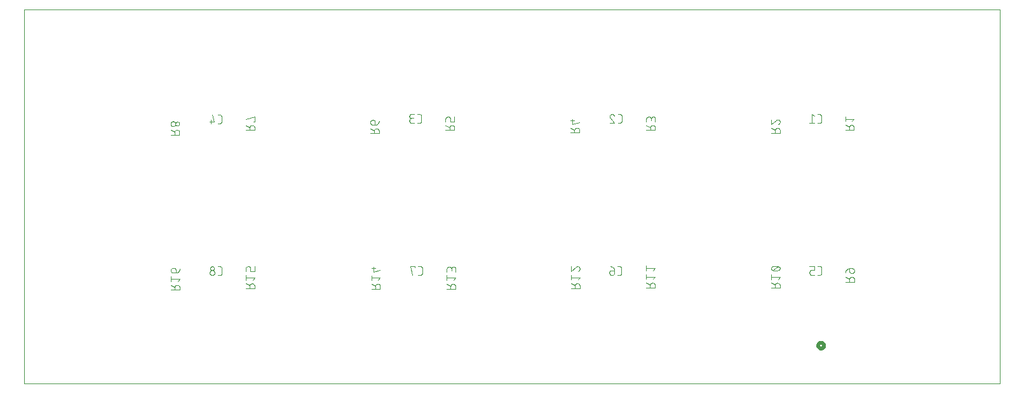
<source format=gbo>
G75*
%MOIN*%
%OFA0B0*%
%FSLAX25Y25*%
%IPPOS*%
%LPD*%
%AMOC8*
5,1,8,0,0,1.08239X$1,22.5*
%
%ADD10C,0.00000*%
%ADD11C,0.00400*%
%ADD12C,0.02000*%
D10*
X0001500Y0001500D02*
X0001500Y0198350D01*
X0513311Y0198350D01*
X0513311Y0001500D01*
X0001500Y0001500D01*
D11*
X0078354Y0050814D02*
X0082954Y0050814D01*
X0082954Y0052092D01*
X0082952Y0052162D01*
X0082946Y0052233D01*
X0082937Y0052302D01*
X0082923Y0052371D01*
X0082906Y0052440D01*
X0082885Y0052507D01*
X0082860Y0052573D01*
X0082832Y0052637D01*
X0082800Y0052700D01*
X0082765Y0052761D01*
X0082726Y0052820D01*
X0082685Y0052877D01*
X0082640Y0052931D01*
X0082592Y0052983D01*
X0082542Y0053032D01*
X0082488Y0053079D01*
X0082433Y0053122D01*
X0082375Y0053162D01*
X0082315Y0053199D01*
X0082253Y0053232D01*
X0082189Y0053262D01*
X0082124Y0053289D01*
X0082058Y0053312D01*
X0081990Y0053331D01*
X0081921Y0053346D01*
X0081852Y0053358D01*
X0081782Y0053366D01*
X0081711Y0053370D01*
X0081641Y0053370D01*
X0081570Y0053366D01*
X0081500Y0053358D01*
X0081431Y0053346D01*
X0081362Y0053331D01*
X0081294Y0053312D01*
X0081228Y0053289D01*
X0081163Y0053262D01*
X0081099Y0053232D01*
X0081037Y0053199D01*
X0080977Y0053162D01*
X0080919Y0053122D01*
X0080864Y0053079D01*
X0080810Y0053032D01*
X0080760Y0052983D01*
X0080712Y0052931D01*
X0080667Y0052877D01*
X0080626Y0052820D01*
X0080587Y0052761D01*
X0080552Y0052700D01*
X0080520Y0052637D01*
X0080492Y0052573D01*
X0080467Y0052507D01*
X0080446Y0052440D01*
X0080429Y0052371D01*
X0080415Y0052302D01*
X0080406Y0052233D01*
X0080400Y0052162D01*
X0080398Y0052092D01*
X0080398Y0050814D01*
X0080398Y0052348D02*
X0078354Y0053370D01*
X0078354Y0055285D02*
X0078354Y0057841D01*
X0078354Y0056563D02*
X0082954Y0056563D01*
X0081931Y0055285D01*
X0080909Y0059785D02*
X0079631Y0059785D01*
X0079561Y0059787D01*
X0079490Y0059793D01*
X0079421Y0059802D01*
X0079352Y0059816D01*
X0079283Y0059833D01*
X0079216Y0059854D01*
X0079150Y0059879D01*
X0079086Y0059907D01*
X0079023Y0059939D01*
X0078962Y0059974D01*
X0078903Y0060013D01*
X0078846Y0060054D01*
X0078792Y0060099D01*
X0078740Y0060147D01*
X0078691Y0060197D01*
X0078644Y0060251D01*
X0078601Y0060306D01*
X0078561Y0060364D01*
X0078524Y0060424D01*
X0078491Y0060486D01*
X0078461Y0060550D01*
X0078434Y0060615D01*
X0078411Y0060681D01*
X0078392Y0060749D01*
X0078377Y0060818D01*
X0078365Y0060887D01*
X0078357Y0060957D01*
X0078353Y0061028D01*
X0078353Y0061098D01*
X0078357Y0061169D01*
X0078365Y0061239D01*
X0078377Y0061308D01*
X0078392Y0061377D01*
X0078411Y0061445D01*
X0078434Y0061511D01*
X0078461Y0061576D01*
X0078491Y0061640D01*
X0078524Y0061702D01*
X0078561Y0061762D01*
X0078601Y0061820D01*
X0078644Y0061875D01*
X0078691Y0061929D01*
X0078740Y0061979D01*
X0078792Y0062027D01*
X0078846Y0062072D01*
X0078903Y0062113D01*
X0078962Y0062152D01*
X0079023Y0062187D01*
X0079086Y0062219D01*
X0079150Y0062247D01*
X0079216Y0062272D01*
X0079283Y0062293D01*
X0079352Y0062310D01*
X0079421Y0062324D01*
X0079490Y0062333D01*
X0079561Y0062339D01*
X0079631Y0062341D01*
X0079887Y0062341D01*
X0079887Y0062340D02*
X0079949Y0062338D01*
X0080010Y0062333D01*
X0080071Y0062323D01*
X0080132Y0062310D01*
X0080191Y0062294D01*
X0080249Y0062274D01*
X0080306Y0062250D01*
X0080362Y0062223D01*
X0080416Y0062193D01*
X0080468Y0062159D01*
X0080517Y0062123D01*
X0080565Y0062083D01*
X0080610Y0062041D01*
X0080652Y0061996D01*
X0080692Y0061948D01*
X0080728Y0061899D01*
X0080762Y0061847D01*
X0080792Y0061793D01*
X0080819Y0061737D01*
X0080843Y0061680D01*
X0080863Y0061622D01*
X0080879Y0061563D01*
X0080892Y0061502D01*
X0080902Y0061441D01*
X0080907Y0061380D01*
X0080909Y0061318D01*
X0080909Y0059785D01*
X0080909Y0059786D02*
X0080998Y0059788D01*
X0081087Y0059794D01*
X0081176Y0059803D01*
X0081264Y0059817D01*
X0081351Y0059834D01*
X0081438Y0059856D01*
X0081524Y0059881D01*
X0081608Y0059909D01*
X0081691Y0059942D01*
X0081773Y0059978D01*
X0081853Y0060017D01*
X0081931Y0060060D01*
X0082007Y0060106D01*
X0082081Y0060156D01*
X0082153Y0060208D01*
X0082223Y0060264D01*
X0082290Y0060323D01*
X0082354Y0060385D01*
X0082416Y0060449D01*
X0082475Y0060516D01*
X0082531Y0060586D01*
X0082583Y0060658D01*
X0082633Y0060732D01*
X0082679Y0060808D01*
X0082722Y0060886D01*
X0082761Y0060966D01*
X0082797Y0061048D01*
X0082830Y0061131D01*
X0082858Y0061215D01*
X0082883Y0061301D01*
X0082905Y0061388D01*
X0082922Y0061475D01*
X0082936Y0061563D01*
X0082945Y0061652D01*
X0082951Y0061741D01*
X0082953Y0061830D01*
X0099017Y0062128D02*
X0099019Y0062065D01*
X0099025Y0062002D01*
X0099034Y0061940D01*
X0099048Y0061879D01*
X0099065Y0061818D01*
X0099086Y0061759D01*
X0099111Y0061701D01*
X0099139Y0061644D01*
X0099170Y0061590D01*
X0099205Y0061538D01*
X0099243Y0061487D01*
X0099284Y0061439D01*
X0099328Y0061394D01*
X0099374Y0061352D01*
X0099423Y0061312D01*
X0099474Y0061276D01*
X0099528Y0061243D01*
X0099583Y0061213D01*
X0099641Y0061187D01*
X0099699Y0061164D01*
X0099759Y0061145D01*
X0099820Y0061130D01*
X0099882Y0061118D01*
X0099945Y0061110D01*
X0100008Y0061106D01*
X0100070Y0061106D01*
X0100133Y0061110D01*
X0100196Y0061118D01*
X0100258Y0061130D01*
X0100319Y0061145D01*
X0100379Y0061164D01*
X0100437Y0061187D01*
X0100495Y0061213D01*
X0100550Y0061243D01*
X0100604Y0061276D01*
X0100655Y0061312D01*
X0100704Y0061352D01*
X0100750Y0061394D01*
X0100794Y0061439D01*
X0100835Y0061487D01*
X0100873Y0061538D01*
X0100908Y0061590D01*
X0100939Y0061644D01*
X0100967Y0061701D01*
X0100992Y0061759D01*
X0101013Y0061818D01*
X0101030Y0061879D01*
X0101044Y0061940D01*
X0101053Y0062002D01*
X0101059Y0062065D01*
X0101061Y0062128D01*
X0101059Y0062191D01*
X0101053Y0062254D01*
X0101044Y0062316D01*
X0101030Y0062377D01*
X0101013Y0062438D01*
X0100992Y0062497D01*
X0100967Y0062555D01*
X0100939Y0062612D01*
X0100908Y0062666D01*
X0100873Y0062718D01*
X0100835Y0062769D01*
X0100794Y0062817D01*
X0100750Y0062862D01*
X0100704Y0062904D01*
X0100655Y0062944D01*
X0100604Y0062980D01*
X0100550Y0063013D01*
X0100495Y0063043D01*
X0100437Y0063069D01*
X0100379Y0063092D01*
X0100319Y0063111D01*
X0100258Y0063126D01*
X0100196Y0063138D01*
X0100133Y0063146D01*
X0100070Y0063150D01*
X0100008Y0063150D01*
X0099945Y0063146D01*
X0099882Y0063138D01*
X0099820Y0063126D01*
X0099759Y0063111D01*
X0099699Y0063092D01*
X0099641Y0063069D01*
X0099583Y0063043D01*
X0099528Y0063013D01*
X0099474Y0062980D01*
X0099423Y0062944D01*
X0099374Y0062904D01*
X0099328Y0062862D01*
X0099284Y0062817D01*
X0099243Y0062769D01*
X0099205Y0062718D01*
X0099170Y0062666D01*
X0099139Y0062612D01*
X0099111Y0062555D01*
X0099086Y0062497D01*
X0099065Y0062438D01*
X0099048Y0062377D01*
X0099034Y0062316D01*
X0099025Y0062254D01*
X0099019Y0062191D01*
X0099017Y0062128D01*
X0103035Y0063150D02*
X0104057Y0063150D01*
X0104119Y0063148D01*
X0104180Y0063143D01*
X0104241Y0063133D01*
X0104302Y0063120D01*
X0104361Y0063104D01*
X0104419Y0063084D01*
X0104476Y0063060D01*
X0104532Y0063033D01*
X0104586Y0063003D01*
X0104638Y0062969D01*
X0104687Y0062933D01*
X0104735Y0062893D01*
X0104780Y0062851D01*
X0104822Y0062806D01*
X0104862Y0062758D01*
X0104898Y0062709D01*
X0104932Y0062657D01*
X0104962Y0062603D01*
X0104989Y0062547D01*
X0105013Y0062490D01*
X0105033Y0062432D01*
X0105049Y0062373D01*
X0105062Y0062312D01*
X0105072Y0062251D01*
X0105077Y0062190D01*
X0105079Y0062128D01*
X0105080Y0062128D02*
X0105080Y0059573D01*
X0105079Y0059573D02*
X0105077Y0059511D01*
X0105072Y0059450D01*
X0105062Y0059389D01*
X0105049Y0059328D01*
X0105033Y0059269D01*
X0105013Y0059211D01*
X0104989Y0059154D01*
X0104962Y0059098D01*
X0104932Y0059044D01*
X0104898Y0058992D01*
X0104862Y0058943D01*
X0104822Y0058895D01*
X0104780Y0058850D01*
X0104735Y0058808D01*
X0104687Y0058768D01*
X0104638Y0058732D01*
X0104586Y0058698D01*
X0104532Y0058668D01*
X0104476Y0058641D01*
X0104419Y0058617D01*
X0104361Y0058597D01*
X0104302Y0058581D01*
X0104241Y0058568D01*
X0104180Y0058558D01*
X0104119Y0058553D01*
X0104057Y0058551D01*
X0104057Y0058550D02*
X0103035Y0058550D01*
X0101317Y0059828D02*
X0101315Y0059758D01*
X0101309Y0059687D01*
X0101300Y0059618D01*
X0101286Y0059549D01*
X0101269Y0059480D01*
X0101248Y0059413D01*
X0101223Y0059347D01*
X0101195Y0059283D01*
X0101163Y0059220D01*
X0101128Y0059159D01*
X0101089Y0059100D01*
X0101048Y0059043D01*
X0101003Y0058989D01*
X0100955Y0058937D01*
X0100905Y0058888D01*
X0100851Y0058841D01*
X0100796Y0058798D01*
X0100738Y0058758D01*
X0100678Y0058721D01*
X0100616Y0058688D01*
X0100552Y0058658D01*
X0100487Y0058631D01*
X0100421Y0058608D01*
X0100353Y0058589D01*
X0100284Y0058574D01*
X0100215Y0058562D01*
X0100145Y0058554D01*
X0100074Y0058550D01*
X0100004Y0058550D01*
X0099933Y0058554D01*
X0099863Y0058562D01*
X0099794Y0058574D01*
X0099725Y0058589D01*
X0099657Y0058608D01*
X0099591Y0058631D01*
X0099526Y0058658D01*
X0099462Y0058688D01*
X0099400Y0058721D01*
X0099340Y0058758D01*
X0099282Y0058798D01*
X0099227Y0058841D01*
X0099173Y0058888D01*
X0099123Y0058937D01*
X0099075Y0058989D01*
X0099030Y0059043D01*
X0098989Y0059100D01*
X0098950Y0059159D01*
X0098915Y0059220D01*
X0098883Y0059283D01*
X0098855Y0059347D01*
X0098830Y0059413D01*
X0098809Y0059480D01*
X0098792Y0059549D01*
X0098778Y0059618D01*
X0098769Y0059687D01*
X0098763Y0059758D01*
X0098761Y0059828D01*
X0098763Y0059898D01*
X0098769Y0059969D01*
X0098778Y0060038D01*
X0098792Y0060107D01*
X0098809Y0060176D01*
X0098830Y0060243D01*
X0098855Y0060309D01*
X0098883Y0060373D01*
X0098915Y0060436D01*
X0098950Y0060497D01*
X0098989Y0060556D01*
X0099030Y0060613D01*
X0099075Y0060667D01*
X0099123Y0060719D01*
X0099173Y0060768D01*
X0099227Y0060815D01*
X0099282Y0060858D01*
X0099340Y0060898D01*
X0099400Y0060935D01*
X0099462Y0060968D01*
X0099526Y0060998D01*
X0099591Y0061025D01*
X0099657Y0061048D01*
X0099725Y0061067D01*
X0099794Y0061082D01*
X0099863Y0061094D01*
X0099933Y0061102D01*
X0100004Y0061106D01*
X0100074Y0061106D01*
X0100145Y0061102D01*
X0100215Y0061094D01*
X0100284Y0061082D01*
X0100353Y0061067D01*
X0100421Y0061048D01*
X0100487Y0061025D01*
X0100552Y0060998D01*
X0100616Y0060968D01*
X0100678Y0060935D01*
X0100738Y0060898D01*
X0100796Y0060858D01*
X0100851Y0060815D01*
X0100905Y0060768D01*
X0100955Y0060719D01*
X0101003Y0060667D01*
X0101048Y0060613D01*
X0101089Y0060556D01*
X0101128Y0060497D01*
X0101163Y0060436D01*
X0101195Y0060373D01*
X0101223Y0060309D01*
X0101248Y0060243D01*
X0101269Y0060176D01*
X0101286Y0060107D01*
X0101300Y0060038D01*
X0101309Y0059969D01*
X0101315Y0059898D01*
X0101317Y0059828D01*
X0117645Y0060533D02*
X0117645Y0062067D01*
X0117647Y0062129D01*
X0117652Y0062190D01*
X0117662Y0062251D01*
X0117675Y0062312D01*
X0117691Y0062371D01*
X0117711Y0062429D01*
X0117735Y0062486D01*
X0117762Y0062542D01*
X0117792Y0062596D01*
X0117826Y0062648D01*
X0117862Y0062697D01*
X0117902Y0062745D01*
X0117944Y0062790D01*
X0117989Y0062832D01*
X0118037Y0062872D01*
X0118086Y0062908D01*
X0118138Y0062942D01*
X0118192Y0062972D01*
X0118248Y0062999D01*
X0118305Y0063023D01*
X0118363Y0063043D01*
X0118422Y0063059D01*
X0118483Y0063072D01*
X0118544Y0063082D01*
X0118605Y0063087D01*
X0118667Y0063089D01*
X0119178Y0063089D01*
X0119240Y0063087D01*
X0119301Y0063082D01*
X0119362Y0063072D01*
X0119423Y0063059D01*
X0119482Y0063043D01*
X0119540Y0063023D01*
X0119597Y0062999D01*
X0119653Y0062972D01*
X0119707Y0062942D01*
X0119759Y0062908D01*
X0119808Y0062872D01*
X0119856Y0062832D01*
X0119901Y0062790D01*
X0119943Y0062745D01*
X0119983Y0062697D01*
X0120019Y0062648D01*
X0120053Y0062596D01*
X0120083Y0062542D01*
X0120110Y0062486D01*
X0120134Y0062429D01*
X0120154Y0062371D01*
X0120170Y0062312D01*
X0120183Y0062251D01*
X0120193Y0062190D01*
X0120198Y0062129D01*
X0120200Y0062067D01*
X0120200Y0060533D01*
X0122245Y0060533D01*
X0122245Y0063089D01*
X0117645Y0058589D02*
X0117645Y0056033D01*
X0117645Y0057311D02*
X0122245Y0057311D01*
X0121223Y0056033D01*
X0119689Y0053096D02*
X0117645Y0054118D01*
X0119689Y0052840D02*
X0119689Y0051562D01*
X0119689Y0052840D02*
X0119691Y0052910D01*
X0119697Y0052981D01*
X0119706Y0053050D01*
X0119720Y0053119D01*
X0119737Y0053188D01*
X0119758Y0053255D01*
X0119783Y0053321D01*
X0119811Y0053385D01*
X0119843Y0053448D01*
X0119878Y0053509D01*
X0119917Y0053568D01*
X0119958Y0053625D01*
X0120003Y0053679D01*
X0120051Y0053731D01*
X0120101Y0053780D01*
X0120155Y0053827D01*
X0120210Y0053870D01*
X0120268Y0053910D01*
X0120328Y0053947D01*
X0120390Y0053980D01*
X0120454Y0054010D01*
X0120519Y0054037D01*
X0120585Y0054060D01*
X0120653Y0054079D01*
X0120722Y0054094D01*
X0120791Y0054106D01*
X0120861Y0054114D01*
X0120932Y0054118D01*
X0121002Y0054118D01*
X0121073Y0054114D01*
X0121143Y0054106D01*
X0121212Y0054094D01*
X0121281Y0054079D01*
X0121349Y0054060D01*
X0121415Y0054037D01*
X0121480Y0054010D01*
X0121544Y0053980D01*
X0121606Y0053947D01*
X0121666Y0053910D01*
X0121724Y0053870D01*
X0121779Y0053827D01*
X0121833Y0053780D01*
X0121883Y0053731D01*
X0121931Y0053679D01*
X0121976Y0053625D01*
X0122017Y0053568D01*
X0122056Y0053509D01*
X0122091Y0053448D01*
X0122123Y0053385D01*
X0122151Y0053321D01*
X0122176Y0053255D01*
X0122197Y0053188D01*
X0122214Y0053119D01*
X0122228Y0053050D01*
X0122237Y0052981D01*
X0122243Y0052910D01*
X0122245Y0052840D01*
X0122245Y0051562D01*
X0117645Y0051562D01*
X0183590Y0051365D02*
X0188190Y0051365D01*
X0188190Y0052643D01*
X0188188Y0052713D01*
X0188182Y0052784D01*
X0188173Y0052853D01*
X0188159Y0052922D01*
X0188142Y0052991D01*
X0188121Y0053058D01*
X0188096Y0053124D01*
X0188068Y0053188D01*
X0188036Y0053251D01*
X0188001Y0053312D01*
X0187962Y0053371D01*
X0187921Y0053428D01*
X0187876Y0053482D01*
X0187828Y0053534D01*
X0187778Y0053583D01*
X0187724Y0053630D01*
X0187669Y0053673D01*
X0187611Y0053713D01*
X0187551Y0053750D01*
X0187489Y0053783D01*
X0187425Y0053813D01*
X0187360Y0053840D01*
X0187294Y0053863D01*
X0187226Y0053882D01*
X0187157Y0053897D01*
X0187088Y0053909D01*
X0187018Y0053917D01*
X0186947Y0053921D01*
X0186877Y0053921D01*
X0186806Y0053917D01*
X0186736Y0053909D01*
X0186667Y0053897D01*
X0186598Y0053882D01*
X0186530Y0053863D01*
X0186464Y0053840D01*
X0186399Y0053813D01*
X0186335Y0053783D01*
X0186273Y0053750D01*
X0186213Y0053713D01*
X0186155Y0053673D01*
X0186100Y0053630D01*
X0186046Y0053583D01*
X0185996Y0053534D01*
X0185948Y0053482D01*
X0185903Y0053428D01*
X0185862Y0053371D01*
X0185823Y0053312D01*
X0185788Y0053251D01*
X0185756Y0053188D01*
X0185728Y0053124D01*
X0185703Y0053058D01*
X0185682Y0052991D01*
X0185665Y0052922D01*
X0185651Y0052853D01*
X0185642Y0052784D01*
X0185636Y0052713D01*
X0185634Y0052643D01*
X0185634Y0051365D01*
X0185634Y0052899D02*
X0183590Y0053921D01*
X0183590Y0055836D02*
X0183590Y0058392D01*
X0183590Y0057114D02*
X0188190Y0057114D01*
X0187168Y0055836D01*
X0184612Y0060336D02*
X0184612Y0062892D01*
X0185634Y0062125D02*
X0183590Y0062125D01*
X0184612Y0060336D02*
X0188190Y0061359D01*
X0203918Y0063190D02*
X0205196Y0058590D01*
X0208193Y0058590D02*
X0209215Y0058590D01*
X0209277Y0058592D01*
X0209338Y0058597D01*
X0209399Y0058607D01*
X0209460Y0058620D01*
X0209519Y0058636D01*
X0209577Y0058656D01*
X0209634Y0058680D01*
X0209690Y0058707D01*
X0209744Y0058737D01*
X0209796Y0058771D01*
X0209845Y0058807D01*
X0209893Y0058847D01*
X0209938Y0058889D01*
X0209980Y0058934D01*
X0210020Y0058982D01*
X0210056Y0059031D01*
X0210090Y0059083D01*
X0210120Y0059137D01*
X0210147Y0059193D01*
X0210171Y0059250D01*
X0210191Y0059308D01*
X0210207Y0059367D01*
X0210220Y0059428D01*
X0210230Y0059489D01*
X0210235Y0059550D01*
X0210237Y0059612D01*
X0210237Y0062168D01*
X0210235Y0062230D01*
X0210230Y0062291D01*
X0210220Y0062352D01*
X0210207Y0062413D01*
X0210191Y0062472D01*
X0210171Y0062530D01*
X0210147Y0062587D01*
X0210120Y0062643D01*
X0210090Y0062697D01*
X0210056Y0062749D01*
X0210020Y0062798D01*
X0209980Y0062846D01*
X0209938Y0062891D01*
X0209893Y0062933D01*
X0209845Y0062973D01*
X0209796Y0063009D01*
X0209744Y0063043D01*
X0209690Y0063073D01*
X0209634Y0063100D01*
X0209577Y0063124D01*
X0209519Y0063144D01*
X0209460Y0063160D01*
X0209399Y0063173D01*
X0209338Y0063183D01*
X0209277Y0063188D01*
X0209215Y0063190D01*
X0208193Y0063190D01*
X0206474Y0063190D02*
X0203918Y0063190D01*
X0206474Y0063190D02*
X0206474Y0062679D01*
X0223117Y0061653D02*
X0223117Y0060376D01*
X0223117Y0061653D02*
X0223119Y0061723D01*
X0223125Y0061794D01*
X0223134Y0061863D01*
X0223148Y0061932D01*
X0223165Y0062001D01*
X0223186Y0062068D01*
X0223211Y0062134D01*
X0223239Y0062198D01*
X0223271Y0062261D01*
X0223306Y0062322D01*
X0223345Y0062381D01*
X0223386Y0062438D01*
X0223431Y0062492D01*
X0223479Y0062544D01*
X0223529Y0062593D01*
X0223583Y0062640D01*
X0223638Y0062683D01*
X0223696Y0062723D01*
X0223756Y0062760D01*
X0223818Y0062793D01*
X0223882Y0062823D01*
X0223947Y0062850D01*
X0224013Y0062873D01*
X0224081Y0062892D01*
X0224150Y0062907D01*
X0224219Y0062919D01*
X0224289Y0062927D01*
X0224360Y0062931D01*
X0224430Y0062931D01*
X0224501Y0062927D01*
X0224571Y0062919D01*
X0224640Y0062907D01*
X0224709Y0062892D01*
X0224777Y0062873D01*
X0224843Y0062850D01*
X0224908Y0062823D01*
X0224972Y0062793D01*
X0225034Y0062760D01*
X0225094Y0062723D01*
X0225152Y0062683D01*
X0225207Y0062640D01*
X0225261Y0062593D01*
X0225311Y0062544D01*
X0225359Y0062492D01*
X0225404Y0062438D01*
X0225445Y0062381D01*
X0225484Y0062322D01*
X0225519Y0062261D01*
X0225551Y0062198D01*
X0225579Y0062134D01*
X0225604Y0062068D01*
X0225625Y0062001D01*
X0225642Y0061932D01*
X0225656Y0061863D01*
X0225665Y0061794D01*
X0225671Y0061723D01*
X0225673Y0061653D01*
X0225673Y0061909D02*
X0225673Y0060887D01*
X0225673Y0061909D02*
X0225675Y0061972D01*
X0225681Y0062035D01*
X0225690Y0062097D01*
X0225704Y0062158D01*
X0225721Y0062219D01*
X0225742Y0062278D01*
X0225767Y0062336D01*
X0225795Y0062393D01*
X0225826Y0062447D01*
X0225861Y0062499D01*
X0225899Y0062550D01*
X0225940Y0062598D01*
X0225984Y0062643D01*
X0226030Y0062685D01*
X0226079Y0062725D01*
X0226130Y0062761D01*
X0226184Y0062794D01*
X0226239Y0062824D01*
X0226297Y0062850D01*
X0226355Y0062873D01*
X0226415Y0062892D01*
X0226476Y0062907D01*
X0226538Y0062919D01*
X0226601Y0062927D01*
X0226664Y0062931D01*
X0226726Y0062931D01*
X0226789Y0062927D01*
X0226852Y0062919D01*
X0226914Y0062907D01*
X0226975Y0062892D01*
X0227035Y0062873D01*
X0227093Y0062850D01*
X0227151Y0062824D01*
X0227206Y0062794D01*
X0227260Y0062761D01*
X0227311Y0062725D01*
X0227360Y0062685D01*
X0227406Y0062643D01*
X0227450Y0062598D01*
X0227491Y0062550D01*
X0227529Y0062499D01*
X0227564Y0062447D01*
X0227595Y0062393D01*
X0227623Y0062336D01*
X0227648Y0062278D01*
X0227669Y0062219D01*
X0227686Y0062158D01*
X0227700Y0062097D01*
X0227709Y0062035D01*
X0227715Y0061972D01*
X0227717Y0061909D01*
X0227717Y0060376D01*
X0223117Y0058431D02*
X0223117Y0055876D01*
X0223117Y0057153D02*
X0227717Y0057153D01*
X0226695Y0055876D01*
X0227718Y0052682D02*
X0227716Y0052752D01*
X0227710Y0052823D01*
X0227701Y0052892D01*
X0227687Y0052961D01*
X0227670Y0053030D01*
X0227649Y0053097D01*
X0227624Y0053163D01*
X0227596Y0053227D01*
X0227564Y0053290D01*
X0227529Y0053351D01*
X0227490Y0053410D01*
X0227449Y0053467D01*
X0227404Y0053521D01*
X0227356Y0053573D01*
X0227306Y0053622D01*
X0227252Y0053669D01*
X0227197Y0053712D01*
X0227139Y0053752D01*
X0227079Y0053789D01*
X0227017Y0053822D01*
X0226953Y0053852D01*
X0226888Y0053879D01*
X0226822Y0053902D01*
X0226754Y0053921D01*
X0226685Y0053936D01*
X0226616Y0053948D01*
X0226546Y0053956D01*
X0226475Y0053960D01*
X0226405Y0053960D01*
X0226334Y0053956D01*
X0226264Y0053948D01*
X0226195Y0053936D01*
X0226126Y0053921D01*
X0226058Y0053902D01*
X0225992Y0053879D01*
X0225927Y0053852D01*
X0225863Y0053822D01*
X0225801Y0053789D01*
X0225741Y0053752D01*
X0225683Y0053712D01*
X0225628Y0053669D01*
X0225574Y0053622D01*
X0225524Y0053573D01*
X0225476Y0053521D01*
X0225431Y0053467D01*
X0225390Y0053410D01*
X0225351Y0053351D01*
X0225316Y0053290D01*
X0225284Y0053227D01*
X0225256Y0053163D01*
X0225231Y0053097D01*
X0225210Y0053030D01*
X0225193Y0052961D01*
X0225179Y0052892D01*
X0225170Y0052823D01*
X0225164Y0052752D01*
X0225162Y0052682D01*
X0225162Y0051405D01*
X0225162Y0052938D02*
X0223117Y0053960D01*
X0227717Y0052682D02*
X0227717Y0051405D01*
X0223117Y0051405D01*
X0288314Y0051641D02*
X0292914Y0051641D01*
X0292914Y0052919D01*
X0292912Y0052989D01*
X0292906Y0053060D01*
X0292897Y0053129D01*
X0292883Y0053198D01*
X0292866Y0053267D01*
X0292845Y0053334D01*
X0292820Y0053400D01*
X0292792Y0053464D01*
X0292760Y0053527D01*
X0292725Y0053588D01*
X0292686Y0053647D01*
X0292645Y0053704D01*
X0292600Y0053758D01*
X0292552Y0053810D01*
X0292502Y0053859D01*
X0292448Y0053906D01*
X0292393Y0053949D01*
X0292335Y0053989D01*
X0292275Y0054026D01*
X0292213Y0054059D01*
X0292149Y0054089D01*
X0292084Y0054116D01*
X0292018Y0054139D01*
X0291950Y0054158D01*
X0291881Y0054173D01*
X0291812Y0054185D01*
X0291742Y0054193D01*
X0291671Y0054197D01*
X0291601Y0054197D01*
X0291530Y0054193D01*
X0291460Y0054185D01*
X0291391Y0054173D01*
X0291322Y0054158D01*
X0291254Y0054139D01*
X0291188Y0054116D01*
X0291123Y0054089D01*
X0291059Y0054059D01*
X0290997Y0054026D01*
X0290937Y0053989D01*
X0290879Y0053949D01*
X0290824Y0053906D01*
X0290770Y0053859D01*
X0290720Y0053810D01*
X0290672Y0053758D01*
X0290627Y0053704D01*
X0290586Y0053647D01*
X0290547Y0053588D01*
X0290512Y0053527D01*
X0290480Y0053464D01*
X0290452Y0053400D01*
X0290427Y0053334D01*
X0290406Y0053267D01*
X0290389Y0053198D01*
X0290375Y0053129D01*
X0290366Y0053060D01*
X0290360Y0052989D01*
X0290358Y0052919D01*
X0290359Y0052919D02*
X0290359Y0051641D01*
X0290359Y0053174D02*
X0288314Y0054196D01*
X0288314Y0056112D02*
X0288314Y0058667D01*
X0288314Y0057390D02*
X0292914Y0057390D01*
X0291892Y0056112D01*
X0288314Y0060612D02*
X0288314Y0063167D01*
X0288314Y0060612D02*
X0290870Y0062784D01*
X0292914Y0062017D02*
X0292912Y0061943D01*
X0292907Y0061869D01*
X0292897Y0061795D01*
X0292884Y0061722D01*
X0292868Y0061649D01*
X0292847Y0061578D01*
X0292823Y0061508D01*
X0292796Y0061439D01*
X0292765Y0061371D01*
X0292731Y0061305D01*
X0292694Y0061241D01*
X0292653Y0061179D01*
X0292609Y0061119D01*
X0292563Y0061061D01*
X0292513Y0061005D01*
X0292461Y0060952D01*
X0292406Y0060902D01*
X0292349Y0060855D01*
X0292289Y0060811D01*
X0292227Y0060769D01*
X0292164Y0060731D01*
X0292098Y0060696D01*
X0292031Y0060665D01*
X0291962Y0060637D01*
X0291892Y0060612D01*
X0290870Y0062784D02*
X0290917Y0062831D01*
X0290967Y0062875D01*
X0291019Y0062917D01*
X0291073Y0062956D01*
X0291129Y0062991D01*
X0291187Y0063024D01*
X0291247Y0063054D01*
X0291308Y0063080D01*
X0291371Y0063103D01*
X0291435Y0063122D01*
X0291499Y0063138D01*
X0291565Y0063151D01*
X0291631Y0063160D01*
X0291697Y0063165D01*
X0291764Y0063167D01*
X0291831Y0063165D01*
X0291898Y0063159D01*
X0291964Y0063150D01*
X0292029Y0063136D01*
X0292094Y0063119D01*
X0292157Y0063098D01*
X0292219Y0063073D01*
X0292280Y0063045D01*
X0292339Y0063013D01*
X0292396Y0062978D01*
X0292451Y0062939D01*
X0292503Y0062898D01*
X0292553Y0062853D01*
X0292600Y0062806D01*
X0292645Y0062756D01*
X0292686Y0062704D01*
X0292725Y0062649D01*
X0292760Y0062592D01*
X0292792Y0062533D01*
X0292820Y0062472D01*
X0292845Y0062410D01*
X0292866Y0062347D01*
X0292883Y0062282D01*
X0292897Y0062217D01*
X0292906Y0062151D01*
X0292912Y0062084D01*
X0292914Y0062017D01*
X0308525Y0060044D02*
X0308525Y0059789D01*
X0308525Y0060044D02*
X0308527Y0060106D01*
X0308532Y0060167D01*
X0308542Y0060228D01*
X0308555Y0060289D01*
X0308571Y0060348D01*
X0308591Y0060406D01*
X0308615Y0060463D01*
X0308642Y0060519D01*
X0308672Y0060573D01*
X0308706Y0060625D01*
X0308742Y0060674D01*
X0308782Y0060722D01*
X0308824Y0060767D01*
X0308869Y0060809D01*
X0308917Y0060849D01*
X0308966Y0060885D01*
X0309018Y0060919D01*
X0309072Y0060949D01*
X0309128Y0060976D01*
X0309185Y0061000D01*
X0309243Y0061020D01*
X0309302Y0061036D01*
X0309363Y0061049D01*
X0309424Y0061059D01*
X0309485Y0061064D01*
X0309547Y0061066D01*
X0309547Y0061067D02*
X0311080Y0061067D01*
X0311080Y0059789D01*
X0311078Y0059719D01*
X0311072Y0059648D01*
X0311063Y0059579D01*
X0311049Y0059510D01*
X0311032Y0059441D01*
X0311011Y0059374D01*
X0310986Y0059308D01*
X0310958Y0059244D01*
X0310926Y0059181D01*
X0310891Y0059120D01*
X0310852Y0059061D01*
X0310811Y0059004D01*
X0310766Y0058950D01*
X0310718Y0058898D01*
X0310668Y0058849D01*
X0310614Y0058802D01*
X0310559Y0058759D01*
X0310501Y0058719D01*
X0310441Y0058682D01*
X0310379Y0058649D01*
X0310315Y0058619D01*
X0310250Y0058592D01*
X0310184Y0058569D01*
X0310116Y0058550D01*
X0310047Y0058535D01*
X0309978Y0058523D01*
X0309908Y0058515D01*
X0309837Y0058511D01*
X0309767Y0058511D01*
X0309696Y0058515D01*
X0309626Y0058523D01*
X0309557Y0058535D01*
X0309488Y0058550D01*
X0309420Y0058569D01*
X0309354Y0058592D01*
X0309289Y0058619D01*
X0309225Y0058649D01*
X0309163Y0058682D01*
X0309103Y0058719D01*
X0309045Y0058759D01*
X0308990Y0058802D01*
X0308936Y0058849D01*
X0308886Y0058898D01*
X0308838Y0058950D01*
X0308793Y0059004D01*
X0308752Y0059061D01*
X0308713Y0059120D01*
X0308678Y0059181D01*
X0308646Y0059244D01*
X0308618Y0059308D01*
X0308593Y0059374D01*
X0308572Y0059441D01*
X0308555Y0059510D01*
X0308541Y0059579D01*
X0308532Y0059648D01*
X0308526Y0059719D01*
X0308524Y0059789D01*
X0311080Y0061067D02*
X0311078Y0061156D01*
X0311072Y0061245D01*
X0311063Y0061334D01*
X0311049Y0061422D01*
X0311032Y0061509D01*
X0311010Y0061596D01*
X0310985Y0061682D01*
X0310957Y0061766D01*
X0310924Y0061849D01*
X0310888Y0061931D01*
X0310849Y0062011D01*
X0310806Y0062089D01*
X0310760Y0062165D01*
X0310710Y0062239D01*
X0310658Y0062311D01*
X0310602Y0062381D01*
X0310543Y0062448D01*
X0310481Y0062512D01*
X0310417Y0062574D01*
X0310350Y0062633D01*
X0310280Y0062689D01*
X0310208Y0062741D01*
X0310134Y0062791D01*
X0310058Y0062837D01*
X0309980Y0062880D01*
X0309900Y0062919D01*
X0309818Y0062955D01*
X0309735Y0062988D01*
X0309651Y0063016D01*
X0309565Y0063041D01*
X0309478Y0063063D01*
X0309391Y0063080D01*
X0309303Y0063094D01*
X0309214Y0063103D01*
X0309125Y0063109D01*
X0309036Y0063111D01*
X0312799Y0063111D02*
X0313821Y0063111D01*
X0313883Y0063109D01*
X0313944Y0063104D01*
X0314005Y0063094D01*
X0314066Y0063081D01*
X0314125Y0063065D01*
X0314183Y0063045D01*
X0314240Y0063021D01*
X0314296Y0062994D01*
X0314350Y0062964D01*
X0314402Y0062930D01*
X0314451Y0062894D01*
X0314499Y0062854D01*
X0314544Y0062812D01*
X0314586Y0062767D01*
X0314626Y0062719D01*
X0314662Y0062670D01*
X0314696Y0062618D01*
X0314726Y0062564D01*
X0314753Y0062508D01*
X0314777Y0062451D01*
X0314797Y0062393D01*
X0314813Y0062334D01*
X0314826Y0062273D01*
X0314836Y0062212D01*
X0314841Y0062151D01*
X0314843Y0062089D01*
X0314843Y0059533D01*
X0314841Y0059471D01*
X0314836Y0059410D01*
X0314826Y0059349D01*
X0314813Y0059288D01*
X0314797Y0059229D01*
X0314777Y0059171D01*
X0314753Y0059114D01*
X0314726Y0059058D01*
X0314696Y0059004D01*
X0314662Y0058952D01*
X0314626Y0058903D01*
X0314586Y0058855D01*
X0314544Y0058810D01*
X0314499Y0058768D01*
X0314451Y0058728D01*
X0314402Y0058692D01*
X0314350Y0058658D01*
X0314296Y0058628D01*
X0314240Y0058601D01*
X0314183Y0058577D01*
X0314125Y0058557D01*
X0314066Y0058541D01*
X0314005Y0058528D01*
X0313944Y0058518D01*
X0313883Y0058513D01*
X0313821Y0058511D01*
X0312799Y0058511D01*
X0327763Y0058982D02*
X0327763Y0056427D01*
X0327763Y0057705D02*
X0332363Y0057705D01*
X0331341Y0056427D01*
X0329807Y0053489D02*
X0327763Y0054511D01*
X0329807Y0053234D02*
X0329807Y0051956D01*
X0329807Y0053234D02*
X0329809Y0053304D01*
X0329815Y0053375D01*
X0329824Y0053444D01*
X0329838Y0053513D01*
X0329855Y0053582D01*
X0329876Y0053649D01*
X0329901Y0053715D01*
X0329929Y0053779D01*
X0329961Y0053842D01*
X0329996Y0053903D01*
X0330035Y0053962D01*
X0330076Y0054019D01*
X0330121Y0054073D01*
X0330169Y0054125D01*
X0330219Y0054174D01*
X0330273Y0054221D01*
X0330328Y0054264D01*
X0330386Y0054304D01*
X0330446Y0054341D01*
X0330508Y0054374D01*
X0330572Y0054404D01*
X0330637Y0054431D01*
X0330703Y0054454D01*
X0330771Y0054473D01*
X0330840Y0054488D01*
X0330909Y0054500D01*
X0330979Y0054508D01*
X0331050Y0054512D01*
X0331120Y0054512D01*
X0331191Y0054508D01*
X0331261Y0054500D01*
X0331330Y0054488D01*
X0331399Y0054473D01*
X0331467Y0054454D01*
X0331533Y0054431D01*
X0331598Y0054404D01*
X0331662Y0054374D01*
X0331724Y0054341D01*
X0331784Y0054304D01*
X0331842Y0054264D01*
X0331897Y0054221D01*
X0331951Y0054174D01*
X0332001Y0054125D01*
X0332049Y0054073D01*
X0332094Y0054019D01*
X0332135Y0053962D01*
X0332174Y0053903D01*
X0332209Y0053842D01*
X0332241Y0053779D01*
X0332269Y0053715D01*
X0332294Y0053649D01*
X0332315Y0053582D01*
X0332332Y0053513D01*
X0332346Y0053444D01*
X0332355Y0053375D01*
X0332361Y0053304D01*
X0332363Y0053234D01*
X0332363Y0051956D01*
X0327763Y0051956D01*
X0327763Y0060927D02*
X0327763Y0063482D01*
X0327763Y0062205D02*
X0332363Y0062205D01*
X0331341Y0060927D01*
X0393314Y0058904D02*
X0393314Y0056348D01*
X0393314Y0057626D02*
X0397914Y0057626D01*
X0396892Y0056348D01*
X0395359Y0053410D02*
X0393314Y0054433D01*
X0395359Y0053155D02*
X0395359Y0051877D01*
X0395358Y0053155D02*
X0395360Y0053225D01*
X0395366Y0053296D01*
X0395375Y0053365D01*
X0395389Y0053434D01*
X0395406Y0053503D01*
X0395427Y0053570D01*
X0395452Y0053636D01*
X0395480Y0053700D01*
X0395512Y0053763D01*
X0395547Y0053824D01*
X0395586Y0053883D01*
X0395627Y0053940D01*
X0395672Y0053994D01*
X0395720Y0054046D01*
X0395770Y0054095D01*
X0395824Y0054142D01*
X0395879Y0054185D01*
X0395937Y0054225D01*
X0395997Y0054262D01*
X0396059Y0054295D01*
X0396123Y0054325D01*
X0396188Y0054352D01*
X0396254Y0054375D01*
X0396322Y0054394D01*
X0396391Y0054409D01*
X0396460Y0054421D01*
X0396530Y0054429D01*
X0396601Y0054433D01*
X0396671Y0054433D01*
X0396742Y0054429D01*
X0396812Y0054421D01*
X0396881Y0054409D01*
X0396950Y0054394D01*
X0397018Y0054375D01*
X0397084Y0054352D01*
X0397149Y0054325D01*
X0397213Y0054295D01*
X0397275Y0054262D01*
X0397335Y0054225D01*
X0397393Y0054185D01*
X0397448Y0054142D01*
X0397502Y0054095D01*
X0397552Y0054046D01*
X0397600Y0053994D01*
X0397645Y0053940D01*
X0397686Y0053883D01*
X0397725Y0053824D01*
X0397760Y0053763D01*
X0397792Y0053700D01*
X0397820Y0053636D01*
X0397845Y0053570D01*
X0397866Y0053503D01*
X0397883Y0053434D01*
X0397897Y0053365D01*
X0397906Y0053296D01*
X0397912Y0053225D01*
X0397914Y0053155D01*
X0397914Y0051877D01*
X0393314Y0051877D01*
X0393953Y0063021D02*
X0394057Y0063069D01*
X0394162Y0063115D01*
X0394268Y0063157D01*
X0394376Y0063196D01*
X0394485Y0063232D01*
X0394595Y0063264D01*
X0394706Y0063294D01*
X0394818Y0063319D01*
X0394930Y0063342D01*
X0395043Y0063361D01*
X0395157Y0063376D01*
X0395271Y0063388D01*
X0395385Y0063397D01*
X0395499Y0063402D01*
X0395614Y0063404D01*
X0395614Y0060848D02*
X0395729Y0060850D01*
X0395843Y0060855D01*
X0395957Y0060864D01*
X0396071Y0060876D01*
X0396185Y0060891D01*
X0396298Y0060910D01*
X0396410Y0060933D01*
X0396522Y0060958D01*
X0396633Y0060988D01*
X0396743Y0061020D01*
X0396852Y0061056D01*
X0396960Y0061095D01*
X0397066Y0061137D01*
X0397171Y0061183D01*
X0397275Y0061231D01*
X0397915Y0062126D02*
X0397913Y0062185D01*
X0397908Y0062243D01*
X0397899Y0062301D01*
X0397886Y0062358D01*
X0397870Y0062415D01*
X0397850Y0062470D01*
X0397827Y0062524D01*
X0397801Y0062576D01*
X0397771Y0062627D01*
X0397739Y0062676D01*
X0397703Y0062723D01*
X0397665Y0062767D01*
X0397624Y0062809D01*
X0397580Y0062848D01*
X0397534Y0062885D01*
X0397486Y0062918D01*
X0397436Y0062949D01*
X0397384Y0062976D01*
X0397331Y0063000D01*
X0397276Y0063021D01*
X0396892Y0063148D02*
X0394336Y0061104D01*
X0393314Y0062126D02*
X0393316Y0062185D01*
X0393321Y0062243D01*
X0393330Y0062301D01*
X0393343Y0062358D01*
X0393359Y0062415D01*
X0393379Y0062470D01*
X0393402Y0062524D01*
X0393428Y0062576D01*
X0393458Y0062627D01*
X0393490Y0062676D01*
X0393526Y0062723D01*
X0393564Y0062767D01*
X0393605Y0062809D01*
X0393649Y0062848D01*
X0393695Y0062885D01*
X0393743Y0062918D01*
X0393793Y0062949D01*
X0393845Y0062976D01*
X0393898Y0063000D01*
X0393953Y0063021D01*
X0393314Y0062126D02*
X0393316Y0062067D01*
X0393321Y0062009D01*
X0393330Y0061951D01*
X0393343Y0061894D01*
X0393359Y0061837D01*
X0393379Y0061782D01*
X0393402Y0061728D01*
X0393428Y0061676D01*
X0393458Y0061625D01*
X0393490Y0061576D01*
X0393526Y0061529D01*
X0393564Y0061485D01*
X0393605Y0061443D01*
X0393649Y0061404D01*
X0393695Y0061367D01*
X0393743Y0061334D01*
X0393793Y0061303D01*
X0393845Y0061276D01*
X0393898Y0061252D01*
X0393953Y0061231D01*
X0395614Y0063404D02*
X0395729Y0063402D01*
X0395843Y0063397D01*
X0395957Y0063388D01*
X0396071Y0063376D01*
X0396185Y0063361D01*
X0396298Y0063342D01*
X0396410Y0063319D01*
X0396522Y0063294D01*
X0396633Y0063264D01*
X0396743Y0063232D01*
X0396852Y0063196D01*
X0396960Y0063157D01*
X0397066Y0063115D01*
X0397171Y0063069D01*
X0397275Y0063021D01*
X0397915Y0062126D02*
X0397913Y0062067D01*
X0397908Y0062009D01*
X0397899Y0061951D01*
X0397886Y0061894D01*
X0397870Y0061837D01*
X0397850Y0061782D01*
X0397827Y0061728D01*
X0397801Y0061676D01*
X0397771Y0061625D01*
X0397739Y0061576D01*
X0397703Y0061529D01*
X0397665Y0061485D01*
X0397624Y0061443D01*
X0397580Y0061404D01*
X0397534Y0061367D01*
X0397486Y0061334D01*
X0397436Y0061303D01*
X0397384Y0061276D01*
X0397331Y0061252D01*
X0397276Y0061231D01*
X0395614Y0060848D02*
X0395499Y0060850D01*
X0395385Y0060855D01*
X0395271Y0060864D01*
X0395157Y0060876D01*
X0395043Y0060891D01*
X0394930Y0060910D01*
X0394818Y0060933D01*
X0394706Y0060958D01*
X0394595Y0060988D01*
X0394485Y0061020D01*
X0394376Y0061056D01*
X0394268Y0061095D01*
X0394162Y0061137D01*
X0394057Y0061183D01*
X0393953Y0061231D01*
X0413525Y0060202D02*
X0413525Y0059691D01*
X0413527Y0059629D01*
X0413532Y0059568D01*
X0413542Y0059507D01*
X0413555Y0059446D01*
X0413571Y0059387D01*
X0413591Y0059329D01*
X0413615Y0059272D01*
X0413642Y0059216D01*
X0413672Y0059162D01*
X0413706Y0059110D01*
X0413742Y0059061D01*
X0413782Y0059013D01*
X0413824Y0058968D01*
X0413869Y0058926D01*
X0413917Y0058886D01*
X0413966Y0058850D01*
X0414018Y0058816D01*
X0414072Y0058786D01*
X0414128Y0058759D01*
X0414185Y0058735D01*
X0414243Y0058715D01*
X0414302Y0058699D01*
X0414363Y0058686D01*
X0414424Y0058676D01*
X0414485Y0058671D01*
X0414547Y0058669D01*
X0416080Y0058669D01*
X0417799Y0058669D02*
X0418821Y0058669D01*
X0418883Y0058671D01*
X0418944Y0058676D01*
X0419005Y0058686D01*
X0419066Y0058699D01*
X0419125Y0058715D01*
X0419183Y0058735D01*
X0419240Y0058759D01*
X0419296Y0058786D01*
X0419350Y0058816D01*
X0419402Y0058850D01*
X0419451Y0058886D01*
X0419499Y0058926D01*
X0419544Y0058968D01*
X0419586Y0059013D01*
X0419626Y0059061D01*
X0419662Y0059110D01*
X0419696Y0059162D01*
X0419726Y0059216D01*
X0419753Y0059272D01*
X0419777Y0059329D01*
X0419797Y0059387D01*
X0419813Y0059446D01*
X0419826Y0059507D01*
X0419836Y0059568D01*
X0419841Y0059629D01*
X0419843Y0059691D01*
X0419843Y0062246D01*
X0419841Y0062308D01*
X0419836Y0062369D01*
X0419826Y0062430D01*
X0419813Y0062491D01*
X0419797Y0062550D01*
X0419777Y0062608D01*
X0419753Y0062665D01*
X0419726Y0062721D01*
X0419696Y0062775D01*
X0419662Y0062827D01*
X0419626Y0062876D01*
X0419586Y0062924D01*
X0419544Y0062969D01*
X0419499Y0063011D01*
X0419451Y0063051D01*
X0419402Y0063087D01*
X0419350Y0063121D01*
X0419296Y0063151D01*
X0419240Y0063178D01*
X0419183Y0063202D01*
X0419125Y0063222D01*
X0419066Y0063238D01*
X0419005Y0063251D01*
X0418944Y0063261D01*
X0418883Y0063266D01*
X0418821Y0063268D01*
X0418821Y0063269D02*
X0417799Y0063269D01*
X0416080Y0063269D02*
X0416080Y0061224D01*
X0414547Y0061224D01*
X0414485Y0061222D01*
X0414424Y0061217D01*
X0414363Y0061207D01*
X0414302Y0061194D01*
X0414243Y0061178D01*
X0414185Y0061158D01*
X0414128Y0061134D01*
X0414072Y0061107D01*
X0414018Y0061077D01*
X0413966Y0061043D01*
X0413917Y0061007D01*
X0413869Y0060967D01*
X0413824Y0060925D01*
X0413782Y0060880D01*
X0413742Y0060832D01*
X0413706Y0060783D01*
X0413672Y0060731D01*
X0413642Y0060677D01*
X0413615Y0060621D01*
X0413591Y0060564D01*
X0413571Y0060506D01*
X0413555Y0060447D01*
X0413542Y0060386D01*
X0413532Y0060325D01*
X0413527Y0060264D01*
X0413525Y0060202D01*
X0413525Y0063269D02*
X0416080Y0063269D01*
X0432409Y0057622D02*
X0434453Y0056599D01*
X0434453Y0056344D02*
X0434453Y0055066D01*
X0434453Y0056344D02*
X0434455Y0056414D01*
X0434461Y0056485D01*
X0434470Y0056554D01*
X0434484Y0056623D01*
X0434501Y0056692D01*
X0434522Y0056759D01*
X0434547Y0056825D01*
X0434575Y0056889D01*
X0434607Y0056952D01*
X0434642Y0057013D01*
X0434681Y0057072D01*
X0434722Y0057129D01*
X0434767Y0057183D01*
X0434815Y0057235D01*
X0434865Y0057284D01*
X0434919Y0057331D01*
X0434974Y0057374D01*
X0435032Y0057414D01*
X0435092Y0057451D01*
X0435154Y0057484D01*
X0435218Y0057514D01*
X0435283Y0057541D01*
X0435349Y0057564D01*
X0435417Y0057583D01*
X0435486Y0057598D01*
X0435555Y0057610D01*
X0435625Y0057618D01*
X0435696Y0057622D01*
X0435766Y0057622D01*
X0435837Y0057618D01*
X0435907Y0057610D01*
X0435976Y0057598D01*
X0436045Y0057583D01*
X0436113Y0057564D01*
X0436179Y0057541D01*
X0436244Y0057514D01*
X0436308Y0057484D01*
X0436370Y0057451D01*
X0436430Y0057414D01*
X0436488Y0057374D01*
X0436543Y0057331D01*
X0436597Y0057284D01*
X0436647Y0057235D01*
X0436695Y0057183D01*
X0436740Y0057129D01*
X0436781Y0057072D01*
X0436820Y0057013D01*
X0436855Y0056952D01*
X0436887Y0056889D01*
X0436915Y0056825D01*
X0436940Y0056759D01*
X0436961Y0056692D01*
X0436978Y0056623D01*
X0436992Y0056554D01*
X0437001Y0056485D01*
X0437007Y0056414D01*
X0437009Y0056344D01*
X0437009Y0055066D01*
X0432409Y0055066D01*
X0435475Y0059537D02*
X0435731Y0059537D01*
X0435475Y0059537D02*
X0435413Y0059539D01*
X0435352Y0059544D01*
X0435291Y0059554D01*
X0435230Y0059567D01*
X0435171Y0059583D01*
X0435113Y0059603D01*
X0435056Y0059627D01*
X0435000Y0059654D01*
X0434946Y0059684D01*
X0434894Y0059718D01*
X0434845Y0059754D01*
X0434797Y0059794D01*
X0434752Y0059836D01*
X0434710Y0059881D01*
X0434670Y0059929D01*
X0434634Y0059978D01*
X0434600Y0060030D01*
X0434570Y0060084D01*
X0434543Y0060140D01*
X0434519Y0060197D01*
X0434499Y0060255D01*
X0434483Y0060314D01*
X0434470Y0060375D01*
X0434460Y0060436D01*
X0434455Y0060497D01*
X0434453Y0060559D01*
X0434453Y0062093D01*
X0435731Y0062093D01*
X0435801Y0062091D01*
X0435872Y0062085D01*
X0435941Y0062076D01*
X0436010Y0062062D01*
X0436079Y0062045D01*
X0436146Y0062024D01*
X0436212Y0061999D01*
X0436276Y0061971D01*
X0436339Y0061939D01*
X0436400Y0061904D01*
X0436459Y0061865D01*
X0436516Y0061824D01*
X0436570Y0061779D01*
X0436622Y0061731D01*
X0436671Y0061681D01*
X0436718Y0061627D01*
X0436761Y0061572D01*
X0436801Y0061514D01*
X0436838Y0061454D01*
X0436871Y0061392D01*
X0436901Y0061328D01*
X0436928Y0061263D01*
X0436951Y0061197D01*
X0436970Y0061129D01*
X0436985Y0061060D01*
X0436997Y0060991D01*
X0437005Y0060921D01*
X0437009Y0060850D01*
X0437009Y0060780D01*
X0437005Y0060709D01*
X0436997Y0060639D01*
X0436985Y0060570D01*
X0436970Y0060501D01*
X0436951Y0060433D01*
X0436928Y0060367D01*
X0436901Y0060302D01*
X0436871Y0060238D01*
X0436838Y0060176D01*
X0436801Y0060116D01*
X0436761Y0060058D01*
X0436718Y0060003D01*
X0436671Y0059949D01*
X0436622Y0059899D01*
X0436570Y0059851D01*
X0436516Y0059806D01*
X0436459Y0059765D01*
X0436400Y0059726D01*
X0436339Y0059691D01*
X0436276Y0059659D01*
X0436212Y0059631D01*
X0436146Y0059606D01*
X0436079Y0059585D01*
X0436010Y0059568D01*
X0435941Y0059554D01*
X0435872Y0059545D01*
X0435801Y0059539D01*
X0435731Y0059537D01*
X0434453Y0062092D02*
X0434364Y0062090D01*
X0434275Y0062084D01*
X0434186Y0062075D01*
X0434098Y0062061D01*
X0434011Y0062044D01*
X0433924Y0062022D01*
X0433838Y0061997D01*
X0433754Y0061969D01*
X0433671Y0061936D01*
X0433589Y0061900D01*
X0433509Y0061861D01*
X0433431Y0061818D01*
X0433355Y0061772D01*
X0433281Y0061722D01*
X0433209Y0061670D01*
X0433139Y0061614D01*
X0433072Y0061555D01*
X0433008Y0061493D01*
X0432946Y0061429D01*
X0432887Y0061362D01*
X0432831Y0061292D01*
X0432779Y0061220D01*
X0432729Y0061146D01*
X0432683Y0061070D01*
X0432640Y0060992D01*
X0432601Y0060912D01*
X0432565Y0060830D01*
X0432532Y0060747D01*
X0432504Y0060663D01*
X0432479Y0060577D01*
X0432457Y0060490D01*
X0432440Y0060403D01*
X0432426Y0060315D01*
X0432417Y0060226D01*
X0432411Y0060137D01*
X0432409Y0060048D01*
X0397954Y0133334D02*
X0393354Y0133334D01*
X0395398Y0133334D02*
X0395398Y0134612D01*
X0395398Y0134867D02*
X0393354Y0135889D01*
X0393354Y0137805D02*
X0393354Y0140360D01*
X0393354Y0137805D02*
X0395909Y0139977D01*
X0397953Y0139210D02*
X0397951Y0139136D01*
X0397946Y0139062D01*
X0397936Y0138988D01*
X0397923Y0138915D01*
X0397907Y0138842D01*
X0397886Y0138771D01*
X0397862Y0138701D01*
X0397835Y0138632D01*
X0397804Y0138564D01*
X0397770Y0138498D01*
X0397733Y0138434D01*
X0397692Y0138372D01*
X0397648Y0138312D01*
X0397602Y0138254D01*
X0397552Y0138198D01*
X0397500Y0138145D01*
X0397445Y0138095D01*
X0397388Y0138048D01*
X0397328Y0138004D01*
X0397266Y0137962D01*
X0397203Y0137924D01*
X0397137Y0137889D01*
X0397070Y0137858D01*
X0397001Y0137830D01*
X0396931Y0137805D01*
X0395910Y0139977D02*
X0395957Y0140024D01*
X0396007Y0140068D01*
X0396059Y0140110D01*
X0396113Y0140149D01*
X0396169Y0140184D01*
X0396227Y0140217D01*
X0396287Y0140247D01*
X0396348Y0140273D01*
X0396411Y0140296D01*
X0396475Y0140315D01*
X0396539Y0140331D01*
X0396605Y0140344D01*
X0396671Y0140353D01*
X0396737Y0140358D01*
X0396804Y0140360D01*
X0396871Y0140358D01*
X0396938Y0140352D01*
X0397004Y0140343D01*
X0397069Y0140329D01*
X0397134Y0140312D01*
X0397197Y0140291D01*
X0397259Y0140266D01*
X0397320Y0140238D01*
X0397379Y0140206D01*
X0397436Y0140171D01*
X0397491Y0140132D01*
X0397543Y0140091D01*
X0397593Y0140046D01*
X0397640Y0139999D01*
X0397685Y0139949D01*
X0397726Y0139897D01*
X0397765Y0139842D01*
X0397800Y0139785D01*
X0397832Y0139726D01*
X0397860Y0139665D01*
X0397885Y0139603D01*
X0397906Y0139540D01*
X0397923Y0139475D01*
X0397937Y0139410D01*
X0397946Y0139344D01*
X0397952Y0139277D01*
X0397954Y0139210D01*
X0397954Y0134612D02*
X0397954Y0133334D01*
X0397954Y0134612D02*
X0397952Y0134682D01*
X0397946Y0134753D01*
X0397937Y0134822D01*
X0397923Y0134891D01*
X0397906Y0134960D01*
X0397885Y0135027D01*
X0397860Y0135093D01*
X0397832Y0135157D01*
X0397800Y0135220D01*
X0397765Y0135281D01*
X0397726Y0135340D01*
X0397685Y0135397D01*
X0397640Y0135451D01*
X0397592Y0135503D01*
X0397542Y0135552D01*
X0397488Y0135599D01*
X0397433Y0135642D01*
X0397375Y0135682D01*
X0397315Y0135719D01*
X0397253Y0135752D01*
X0397189Y0135782D01*
X0397124Y0135809D01*
X0397058Y0135832D01*
X0396990Y0135851D01*
X0396921Y0135866D01*
X0396852Y0135878D01*
X0396782Y0135886D01*
X0396711Y0135890D01*
X0396641Y0135890D01*
X0396570Y0135886D01*
X0396500Y0135878D01*
X0396431Y0135866D01*
X0396362Y0135851D01*
X0396294Y0135832D01*
X0396228Y0135809D01*
X0396163Y0135782D01*
X0396099Y0135752D01*
X0396037Y0135719D01*
X0395977Y0135682D01*
X0395919Y0135642D01*
X0395864Y0135599D01*
X0395810Y0135552D01*
X0395760Y0135503D01*
X0395712Y0135451D01*
X0395667Y0135397D01*
X0395626Y0135340D01*
X0395587Y0135281D01*
X0395552Y0135220D01*
X0395520Y0135157D01*
X0395492Y0135093D01*
X0395467Y0135027D01*
X0395446Y0134960D01*
X0395429Y0134891D01*
X0395415Y0134822D01*
X0395406Y0134753D01*
X0395400Y0134682D01*
X0395398Y0134612D01*
X0413367Y0138550D02*
X0415923Y0138550D01*
X0414645Y0138550D02*
X0414645Y0143150D01*
X0415923Y0142128D01*
X0417641Y0143150D02*
X0418664Y0143150D01*
X0418726Y0143148D01*
X0418787Y0143143D01*
X0418848Y0143133D01*
X0418909Y0143120D01*
X0418968Y0143104D01*
X0419026Y0143084D01*
X0419083Y0143060D01*
X0419139Y0143033D01*
X0419193Y0143003D01*
X0419245Y0142969D01*
X0419294Y0142933D01*
X0419342Y0142893D01*
X0419387Y0142851D01*
X0419429Y0142806D01*
X0419469Y0142758D01*
X0419505Y0142709D01*
X0419539Y0142657D01*
X0419569Y0142603D01*
X0419596Y0142547D01*
X0419620Y0142490D01*
X0419640Y0142432D01*
X0419656Y0142373D01*
X0419669Y0142312D01*
X0419679Y0142251D01*
X0419684Y0142190D01*
X0419686Y0142128D01*
X0419686Y0139573D01*
X0419684Y0139511D01*
X0419679Y0139450D01*
X0419669Y0139389D01*
X0419656Y0139328D01*
X0419640Y0139269D01*
X0419620Y0139211D01*
X0419596Y0139154D01*
X0419569Y0139098D01*
X0419539Y0139044D01*
X0419505Y0138992D01*
X0419469Y0138943D01*
X0419429Y0138895D01*
X0419387Y0138850D01*
X0419342Y0138808D01*
X0419294Y0138768D01*
X0419245Y0138732D01*
X0419193Y0138698D01*
X0419139Y0138668D01*
X0419083Y0138641D01*
X0419026Y0138617D01*
X0418968Y0138597D01*
X0418909Y0138581D01*
X0418848Y0138568D01*
X0418787Y0138558D01*
X0418726Y0138553D01*
X0418664Y0138551D01*
X0418664Y0138550D02*
X0417641Y0138550D01*
X0432212Y0139419D02*
X0432212Y0141975D01*
X0432212Y0140697D02*
X0436812Y0140697D01*
X0435790Y0139419D01*
X0436812Y0136226D02*
X0436810Y0136296D01*
X0436804Y0136367D01*
X0436795Y0136436D01*
X0436781Y0136505D01*
X0436764Y0136574D01*
X0436743Y0136641D01*
X0436718Y0136707D01*
X0436690Y0136771D01*
X0436658Y0136834D01*
X0436623Y0136895D01*
X0436584Y0136954D01*
X0436543Y0137011D01*
X0436498Y0137065D01*
X0436450Y0137117D01*
X0436400Y0137166D01*
X0436346Y0137213D01*
X0436291Y0137256D01*
X0436233Y0137296D01*
X0436173Y0137333D01*
X0436111Y0137366D01*
X0436047Y0137396D01*
X0435982Y0137423D01*
X0435916Y0137446D01*
X0435848Y0137465D01*
X0435779Y0137480D01*
X0435710Y0137492D01*
X0435640Y0137500D01*
X0435569Y0137504D01*
X0435499Y0137504D01*
X0435428Y0137500D01*
X0435358Y0137492D01*
X0435289Y0137480D01*
X0435220Y0137465D01*
X0435152Y0137446D01*
X0435086Y0137423D01*
X0435021Y0137396D01*
X0434957Y0137366D01*
X0434895Y0137333D01*
X0434835Y0137296D01*
X0434777Y0137256D01*
X0434722Y0137213D01*
X0434668Y0137166D01*
X0434618Y0137117D01*
X0434570Y0137065D01*
X0434525Y0137011D01*
X0434484Y0136954D01*
X0434445Y0136895D01*
X0434410Y0136834D01*
X0434378Y0136771D01*
X0434350Y0136707D01*
X0434325Y0136641D01*
X0434304Y0136574D01*
X0434287Y0136505D01*
X0434273Y0136436D01*
X0434264Y0136367D01*
X0434258Y0136296D01*
X0434256Y0136226D01*
X0434256Y0134948D01*
X0434256Y0136481D02*
X0432212Y0137504D01*
X0432212Y0134948D02*
X0436812Y0134948D01*
X0436812Y0136226D01*
X0332442Y0136108D02*
X0332442Y0134830D01*
X0327842Y0134830D01*
X0329886Y0134830D02*
X0329886Y0136108D01*
X0329886Y0136363D02*
X0327842Y0137385D01*
X0327842Y0139301D02*
X0327842Y0140579D01*
X0327844Y0140649D01*
X0327850Y0140720D01*
X0327859Y0140789D01*
X0327873Y0140858D01*
X0327890Y0140927D01*
X0327911Y0140994D01*
X0327936Y0141060D01*
X0327964Y0141124D01*
X0327996Y0141187D01*
X0328031Y0141248D01*
X0328070Y0141307D01*
X0328111Y0141364D01*
X0328156Y0141418D01*
X0328204Y0141470D01*
X0328254Y0141519D01*
X0328308Y0141566D01*
X0328363Y0141609D01*
X0328421Y0141649D01*
X0328481Y0141686D01*
X0328543Y0141719D01*
X0328607Y0141749D01*
X0328672Y0141776D01*
X0328738Y0141799D01*
X0328806Y0141818D01*
X0328875Y0141833D01*
X0328944Y0141845D01*
X0329014Y0141853D01*
X0329085Y0141857D01*
X0329155Y0141857D01*
X0329226Y0141853D01*
X0329296Y0141845D01*
X0329365Y0141833D01*
X0329434Y0141818D01*
X0329502Y0141799D01*
X0329568Y0141776D01*
X0329633Y0141749D01*
X0329697Y0141719D01*
X0329759Y0141686D01*
X0329819Y0141649D01*
X0329877Y0141609D01*
X0329932Y0141566D01*
X0329986Y0141519D01*
X0330036Y0141470D01*
X0330084Y0141418D01*
X0330129Y0141364D01*
X0330170Y0141307D01*
X0330209Y0141248D01*
X0330244Y0141187D01*
X0330276Y0141124D01*
X0330304Y0141060D01*
X0330329Y0140994D01*
X0330350Y0140927D01*
X0330367Y0140858D01*
X0330381Y0140789D01*
X0330390Y0140720D01*
X0330396Y0140649D01*
X0330398Y0140579D01*
X0330397Y0140834D02*
X0330397Y0139812D01*
X0330398Y0140834D02*
X0330400Y0140897D01*
X0330406Y0140960D01*
X0330415Y0141022D01*
X0330429Y0141083D01*
X0330446Y0141144D01*
X0330467Y0141203D01*
X0330492Y0141261D01*
X0330520Y0141318D01*
X0330551Y0141372D01*
X0330586Y0141424D01*
X0330624Y0141475D01*
X0330665Y0141523D01*
X0330709Y0141568D01*
X0330755Y0141610D01*
X0330804Y0141650D01*
X0330855Y0141686D01*
X0330909Y0141719D01*
X0330964Y0141749D01*
X0331022Y0141775D01*
X0331080Y0141798D01*
X0331140Y0141817D01*
X0331201Y0141832D01*
X0331263Y0141844D01*
X0331326Y0141852D01*
X0331389Y0141856D01*
X0331451Y0141856D01*
X0331514Y0141852D01*
X0331577Y0141844D01*
X0331639Y0141832D01*
X0331700Y0141817D01*
X0331760Y0141798D01*
X0331818Y0141775D01*
X0331876Y0141749D01*
X0331931Y0141719D01*
X0331985Y0141686D01*
X0332036Y0141650D01*
X0332085Y0141610D01*
X0332131Y0141568D01*
X0332175Y0141523D01*
X0332216Y0141475D01*
X0332254Y0141424D01*
X0332289Y0141372D01*
X0332320Y0141318D01*
X0332348Y0141261D01*
X0332373Y0141203D01*
X0332394Y0141144D01*
X0332411Y0141083D01*
X0332425Y0141022D01*
X0332434Y0140960D01*
X0332440Y0140897D01*
X0332442Y0140834D01*
X0332442Y0139301D01*
X0332442Y0136108D02*
X0332440Y0136178D01*
X0332434Y0136249D01*
X0332425Y0136318D01*
X0332411Y0136387D01*
X0332394Y0136456D01*
X0332373Y0136523D01*
X0332348Y0136589D01*
X0332320Y0136653D01*
X0332288Y0136716D01*
X0332253Y0136777D01*
X0332214Y0136836D01*
X0332173Y0136893D01*
X0332128Y0136947D01*
X0332080Y0136999D01*
X0332030Y0137048D01*
X0331976Y0137095D01*
X0331921Y0137138D01*
X0331863Y0137178D01*
X0331803Y0137215D01*
X0331741Y0137248D01*
X0331677Y0137278D01*
X0331612Y0137305D01*
X0331546Y0137328D01*
X0331478Y0137347D01*
X0331409Y0137362D01*
X0331340Y0137374D01*
X0331270Y0137382D01*
X0331199Y0137386D01*
X0331129Y0137386D01*
X0331058Y0137382D01*
X0330988Y0137374D01*
X0330919Y0137362D01*
X0330850Y0137347D01*
X0330782Y0137328D01*
X0330716Y0137305D01*
X0330651Y0137278D01*
X0330587Y0137248D01*
X0330525Y0137215D01*
X0330465Y0137178D01*
X0330407Y0137138D01*
X0330352Y0137095D01*
X0330298Y0137048D01*
X0330248Y0136999D01*
X0330200Y0136947D01*
X0330155Y0136893D01*
X0330114Y0136836D01*
X0330075Y0136777D01*
X0330040Y0136716D01*
X0330008Y0136653D01*
X0329980Y0136589D01*
X0329955Y0136523D01*
X0329934Y0136456D01*
X0329917Y0136387D01*
X0329903Y0136318D01*
X0329894Y0136249D01*
X0329888Y0136178D01*
X0329886Y0136108D01*
X0314922Y0139612D02*
X0314922Y0142168D01*
X0314920Y0142230D01*
X0314915Y0142291D01*
X0314905Y0142352D01*
X0314892Y0142413D01*
X0314876Y0142472D01*
X0314856Y0142530D01*
X0314832Y0142587D01*
X0314805Y0142643D01*
X0314775Y0142697D01*
X0314741Y0142749D01*
X0314705Y0142798D01*
X0314665Y0142846D01*
X0314623Y0142891D01*
X0314578Y0142933D01*
X0314530Y0142973D01*
X0314481Y0143009D01*
X0314429Y0143043D01*
X0314375Y0143073D01*
X0314319Y0143100D01*
X0314262Y0143124D01*
X0314204Y0143144D01*
X0314145Y0143160D01*
X0314084Y0143173D01*
X0314023Y0143183D01*
X0313962Y0143188D01*
X0313900Y0143190D01*
X0312878Y0143190D01*
X0308987Y0141146D02*
X0308940Y0141193D01*
X0308896Y0141243D01*
X0308854Y0141295D01*
X0308815Y0141349D01*
X0308780Y0141405D01*
X0308747Y0141463D01*
X0308717Y0141523D01*
X0308691Y0141584D01*
X0308668Y0141647D01*
X0308649Y0141711D01*
X0308633Y0141775D01*
X0308620Y0141841D01*
X0308611Y0141907D01*
X0308606Y0141973D01*
X0308604Y0142040D01*
X0308987Y0141145D02*
X0311159Y0138590D01*
X0308603Y0138590D01*
X0311158Y0142167D02*
X0311133Y0142237D01*
X0311105Y0142306D01*
X0311074Y0142373D01*
X0311039Y0142439D01*
X0311001Y0142502D01*
X0310959Y0142564D01*
X0310915Y0142624D01*
X0310868Y0142681D01*
X0310818Y0142736D01*
X0310765Y0142788D01*
X0310709Y0142838D01*
X0310652Y0142884D01*
X0310591Y0142928D01*
X0310529Y0142969D01*
X0310465Y0143006D01*
X0310399Y0143040D01*
X0310331Y0143071D01*
X0310262Y0143098D01*
X0310192Y0143122D01*
X0310121Y0143143D01*
X0310048Y0143159D01*
X0309975Y0143172D01*
X0309901Y0143182D01*
X0309827Y0143187D01*
X0309753Y0143189D01*
X0309753Y0143190D02*
X0309686Y0143188D01*
X0309619Y0143182D01*
X0309553Y0143173D01*
X0309488Y0143159D01*
X0309423Y0143142D01*
X0309360Y0143121D01*
X0309298Y0143096D01*
X0309237Y0143068D01*
X0309178Y0143036D01*
X0309121Y0143001D01*
X0309066Y0142962D01*
X0309014Y0142921D01*
X0308964Y0142876D01*
X0308917Y0142829D01*
X0308872Y0142779D01*
X0308831Y0142727D01*
X0308792Y0142672D01*
X0308757Y0142615D01*
X0308725Y0142556D01*
X0308697Y0142495D01*
X0308672Y0142433D01*
X0308651Y0142370D01*
X0308634Y0142305D01*
X0308620Y0142240D01*
X0308611Y0142174D01*
X0308605Y0142107D01*
X0308603Y0142040D01*
X0312878Y0138590D02*
X0313900Y0138590D01*
X0313962Y0138592D01*
X0314023Y0138597D01*
X0314084Y0138607D01*
X0314145Y0138620D01*
X0314204Y0138636D01*
X0314262Y0138656D01*
X0314319Y0138680D01*
X0314375Y0138707D01*
X0314429Y0138737D01*
X0314481Y0138771D01*
X0314530Y0138807D01*
X0314578Y0138847D01*
X0314623Y0138889D01*
X0314665Y0138934D01*
X0314705Y0138982D01*
X0314741Y0139031D01*
X0314775Y0139083D01*
X0314805Y0139137D01*
X0314832Y0139193D01*
X0314856Y0139250D01*
X0314876Y0139308D01*
X0314892Y0139367D01*
X0314905Y0139428D01*
X0314915Y0139489D01*
X0314920Y0139550D01*
X0314922Y0139612D01*
X0292717Y0138985D02*
X0289140Y0137962D01*
X0289140Y0140518D01*
X0290162Y0139751D02*
X0288117Y0139751D01*
X0288117Y0136047D02*
X0290162Y0135025D01*
X0290162Y0134769D02*
X0290162Y0133491D01*
X0290162Y0134769D02*
X0290164Y0134839D01*
X0290170Y0134910D01*
X0290179Y0134979D01*
X0290193Y0135048D01*
X0290210Y0135117D01*
X0290231Y0135184D01*
X0290256Y0135250D01*
X0290284Y0135314D01*
X0290316Y0135377D01*
X0290351Y0135438D01*
X0290390Y0135497D01*
X0290431Y0135554D01*
X0290476Y0135608D01*
X0290524Y0135660D01*
X0290574Y0135709D01*
X0290628Y0135756D01*
X0290683Y0135799D01*
X0290741Y0135839D01*
X0290801Y0135876D01*
X0290863Y0135909D01*
X0290927Y0135939D01*
X0290992Y0135966D01*
X0291058Y0135989D01*
X0291126Y0136008D01*
X0291195Y0136023D01*
X0291264Y0136035D01*
X0291334Y0136043D01*
X0291405Y0136047D01*
X0291475Y0136047D01*
X0291546Y0136043D01*
X0291616Y0136035D01*
X0291685Y0136023D01*
X0291754Y0136008D01*
X0291822Y0135989D01*
X0291888Y0135966D01*
X0291953Y0135939D01*
X0292017Y0135909D01*
X0292079Y0135876D01*
X0292139Y0135839D01*
X0292197Y0135799D01*
X0292252Y0135756D01*
X0292306Y0135709D01*
X0292356Y0135660D01*
X0292404Y0135608D01*
X0292449Y0135554D01*
X0292490Y0135497D01*
X0292529Y0135438D01*
X0292564Y0135377D01*
X0292596Y0135314D01*
X0292624Y0135250D01*
X0292649Y0135184D01*
X0292670Y0135117D01*
X0292687Y0135048D01*
X0292701Y0134979D01*
X0292710Y0134910D01*
X0292716Y0134839D01*
X0292718Y0134769D01*
X0292717Y0134769D02*
X0292717Y0133491D01*
X0288117Y0133491D01*
X0227127Y0134751D02*
X0227127Y0136029D01*
X0227127Y0134751D02*
X0222527Y0134751D01*
X0224571Y0134751D02*
X0224571Y0136029D01*
X0224571Y0136285D02*
X0222527Y0137307D01*
X0222527Y0139222D02*
X0222527Y0140756D01*
X0222529Y0140818D01*
X0222534Y0140879D01*
X0222544Y0140940D01*
X0222557Y0141001D01*
X0222573Y0141060D01*
X0222593Y0141118D01*
X0222617Y0141175D01*
X0222644Y0141231D01*
X0222674Y0141285D01*
X0222708Y0141337D01*
X0222744Y0141386D01*
X0222784Y0141434D01*
X0222826Y0141479D01*
X0222871Y0141521D01*
X0222919Y0141561D01*
X0222968Y0141597D01*
X0223020Y0141631D01*
X0223074Y0141661D01*
X0223130Y0141688D01*
X0223187Y0141712D01*
X0223245Y0141732D01*
X0223304Y0141748D01*
X0223365Y0141761D01*
X0223426Y0141771D01*
X0223487Y0141776D01*
X0223549Y0141778D01*
X0224060Y0141778D01*
X0224122Y0141776D01*
X0224183Y0141771D01*
X0224244Y0141761D01*
X0224305Y0141748D01*
X0224364Y0141732D01*
X0224422Y0141712D01*
X0224479Y0141688D01*
X0224535Y0141661D01*
X0224589Y0141631D01*
X0224641Y0141597D01*
X0224690Y0141561D01*
X0224738Y0141521D01*
X0224783Y0141479D01*
X0224825Y0141434D01*
X0224865Y0141386D01*
X0224901Y0141337D01*
X0224935Y0141285D01*
X0224965Y0141231D01*
X0224992Y0141175D01*
X0225016Y0141118D01*
X0225036Y0141060D01*
X0225052Y0141001D01*
X0225065Y0140940D01*
X0225075Y0140879D01*
X0225080Y0140818D01*
X0225082Y0140756D01*
X0225082Y0139222D01*
X0227127Y0139222D01*
X0227127Y0141778D01*
X0227127Y0136029D02*
X0227125Y0136099D01*
X0227119Y0136170D01*
X0227110Y0136239D01*
X0227096Y0136308D01*
X0227079Y0136377D01*
X0227058Y0136444D01*
X0227033Y0136510D01*
X0227005Y0136574D01*
X0226973Y0136637D01*
X0226938Y0136698D01*
X0226899Y0136757D01*
X0226858Y0136814D01*
X0226813Y0136868D01*
X0226765Y0136920D01*
X0226715Y0136969D01*
X0226661Y0137016D01*
X0226606Y0137059D01*
X0226548Y0137099D01*
X0226488Y0137136D01*
X0226426Y0137169D01*
X0226362Y0137199D01*
X0226297Y0137226D01*
X0226231Y0137249D01*
X0226163Y0137268D01*
X0226094Y0137283D01*
X0226025Y0137295D01*
X0225955Y0137303D01*
X0225884Y0137307D01*
X0225814Y0137307D01*
X0225743Y0137303D01*
X0225673Y0137295D01*
X0225604Y0137283D01*
X0225535Y0137268D01*
X0225467Y0137249D01*
X0225401Y0137226D01*
X0225336Y0137199D01*
X0225272Y0137169D01*
X0225210Y0137136D01*
X0225150Y0137099D01*
X0225092Y0137059D01*
X0225037Y0137016D01*
X0224983Y0136969D01*
X0224933Y0136920D01*
X0224885Y0136868D01*
X0224840Y0136814D01*
X0224799Y0136757D01*
X0224760Y0136698D01*
X0224725Y0136637D01*
X0224693Y0136574D01*
X0224665Y0136510D01*
X0224640Y0136444D01*
X0224619Y0136377D01*
X0224602Y0136308D01*
X0224588Y0136239D01*
X0224579Y0136170D01*
X0224573Y0136099D01*
X0224571Y0136029D01*
X0209843Y0139573D02*
X0209843Y0142128D01*
X0209841Y0142190D01*
X0209836Y0142251D01*
X0209826Y0142312D01*
X0209813Y0142373D01*
X0209797Y0142432D01*
X0209777Y0142490D01*
X0209753Y0142547D01*
X0209726Y0142603D01*
X0209696Y0142657D01*
X0209662Y0142709D01*
X0209626Y0142758D01*
X0209586Y0142806D01*
X0209544Y0142851D01*
X0209499Y0142893D01*
X0209451Y0142933D01*
X0209402Y0142969D01*
X0209350Y0143003D01*
X0209296Y0143033D01*
X0209240Y0143060D01*
X0209183Y0143084D01*
X0209125Y0143104D01*
X0209066Y0143120D01*
X0209005Y0143133D01*
X0208944Y0143143D01*
X0208883Y0143148D01*
X0208821Y0143150D01*
X0207799Y0143150D01*
X0206080Y0143150D02*
X0204547Y0143150D01*
X0204484Y0143148D01*
X0204421Y0143142D01*
X0204359Y0143133D01*
X0204298Y0143119D01*
X0204237Y0143102D01*
X0204178Y0143081D01*
X0204120Y0143056D01*
X0204063Y0143028D01*
X0204009Y0142997D01*
X0203957Y0142962D01*
X0203906Y0142924D01*
X0203858Y0142883D01*
X0203813Y0142839D01*
X0203771Y0142793D01*
X0203731Y0142744D01*
X0203695Y0142693D01*
X0203662Y0142639D01*
X0203632Y0142584D01*
X0203606Y0142526D01*
X0203583Y0142468D01*
X0203564Y0142408D01*
X0203549Y0142347D01*
X0203537Y0142285D01*
X0203529Y0142222D01*
X0203525Y0142159D01*
X0203525Y0142097D01*
X0203529Y0142034D01*
X0203537Y0141971D01*
X0203549Y0141909D01*
X0203564Y0141848D01*
X0203583Y0141788D01*
X0203606Y0141730D01*
X0203632Y0141672D01*
X0203662Y0141617D01*
X0203695Y0141563D01*
X0203731Y0141512D01*
X0203771Y0141463D01*
X0203813Y0141417D01*
X0203858Y0141373D01*
X0203906Y0141332D01*
X0203957Y0141294D01*
X0204009Y0141259D01*
X0204063Y0141228D01*
X0204120Y0141200D01*
X0204178Y0141175D01*
X0204237Y0141154D01*
X0204298Y0141137D01*
X0204359Y0141123D01*
X0204421Y0141114D01*
X0204484Y0141108D01*
X0204547Y0141106D01*
X0205569Y0141106D01*
X0204802Y0141106D02*
X0204732Y0141104D01*
X0204661Y0141098D01*
X0204592Y0141089D01*
X0204523Y0141075D01*
X0204454Y0141058D01*
X0204387Y0141037D01*
X0204321Y0141012D01*
X0204257Y0140984D01*
X0204194Y0140952D01*
X0204133Y0140917D01*
X0204074Y0140878D01*
X0204017Y0140837D01*
X0203963Y0140792D01*
X0203911Y0140744D01*
X0203862Y0140694D01*
X0203815Y0140640D01*
X0203772Y0140585D01*
X0203732Y0140527D01*
X0203695Y0140467D01*
X0203662Y0140405D01*
X0203632Y0140341D01*
X0203605Y0140276D01*
X0203582Y0140210D01*
X0203563Y0140142D01*
X0203548Y0140073D01*
X0203536Y0140004D01*
X0203528Y0139934D01*
X0203524Y0139863D01*
X0203524Y0139793D01*
X0203528Y0139722D01*
X0203536Y0139652D01*
X0203548Y0139583D01*
X0203563Y0139514D01*
X0203582Y0139446D01*
X0203605Y0139380D01*
X0203632Y0139315D01*
X0203662Y0139251D01*
X0203695Y0139189D01*
X0203732Y0139129D01*
X0203772Y0139071D01*
X0203815Y0139016D01*
X0203862Y0138962D01*
X0203911Y0138912D01*
X0203963Y0138864D01*
X0204017Y0138819D01*
X0204074Y0138778D01*
X0204133Y0138739D01*
X0204194Y0138704D01*
X0204257Y0138672D01*
X0204321Y0138644D01*
X0204387Y0138619D01*
X0204454Y0138598D01*
X0204523Y0138581D01*
X0204592Y0138567D01*
X0204661Y0138558D01*
X0204732Y0138552D01*
X0204802Y0138550D01*
X0206080Y0138550D01*
X0207799Y0138550D02*
X0208821Y0138550D01*
X0208821Y0138551D02*
X0208883Y0138553D01*
X0208944Y0138558D01*
X0209005Y0138568D01*
X0209066Y0138581D01*
X0209125Y0138597D01*
X0209183Y0138617D01*
X0209240Y0138641D01*
X0209296Y0138668D01*
X0209350Y0138698D01*
X0209402Y0138732D01*
X0209451Y0138768D01*
X0209499Y0138808D01*
X0209544Y0138850D01*
X0209586Y0138895D01*
X0209626Y0138943D01*
X0209662Y0138992D01*
X0209696Y0139044D01*
X0209726Y0139098D01*
X0209753Y0139154D01*
X0209777Y0139211D01*
X0209797Y0139269D01*
X0209813Y0139328D01*
X0209826Y0139389D01*
X0209836Y0139450D01*
X0209841Y0139511D01*
X0209843Y0139573D01*
X0187560Y0134375D02*
X0187560Y0133098D01*
X0182960Y0133098D01*
X0185004Y0133098D02*
X0185004Y0134375D01*
X0185004Y0134631D02*
X0182960Y0135653D01*
X0184238Y0137569D02*
X0185515Y0137569D01*
X0185515Y0139102D01*
X0185515Y0137569D02*
X0185604Y0137571D01*
X0185693Y0137577D01*
X0185782Y0137586D01*
X0185870Y0137600D01*
X0185957Y0137617D01*
X0186044Y0137639D01*
X0186130Y0137664D01*
X0186214Y0137692D01*
X0186297Y0137725D01*
X0186379Y0137761D01*
X0186459Y0137800D01*
X0186537Y0137843D01*
X0186613Y0137889D01*
X0186687Y0137939D01*
X0186759Y0137991D01*
X0186829Y0138047D01*
X0186896Y0138106D01*
X0186960Y0138168D01*
X0187022Y0138232D01*
X0187081Y0138299D01*
X0187137Y0138369D01*
X0187189Y0138441D01*
X0187239Y0138515D01*
X0187285Y0138591D01*
X0187328Y0138669D01*
X0187367Y0138749D01*
X0187403Y0138831D01*
X0187436Y0138914D01*
X0187464Y0138998D01*
X0187489Y0139084D01*
X0187511Y0139171D01*
X0187528Y0139258D01*
X0187542Y0139346D01*
X0187551Y0139435D01*
X0187557Y0139524D01*
X0187559Y0139613D01*
X0185515Y0139102D02*
X0185513Y0139164D01*
X0185508Y0139225D01*
X0185498Y0139286D01*
X0185485Y0139347D01*
X0185469Y0139406D01*
X0185449Y0139464D01*
X0185425Y0139521D01*
X0185398Y0139577D01*
X0185368Y0139631D01*
X0185334Y0139683D01*
X0185298Y0139732D01*
X0185258Y0139780D01*
X0185216Y0139825D01*
X0185171Y0139867D01*
X0185123Y0139907D01*
X0185074Y0139943D01*
X0185022Y0139977D01*
X0184968Y0140007D01*
X0184912Y0140034D01*
X0184855Y0140058D01*
X0184797Y0140078D01*
X0184738Y0140094D01*
X0184677Y0140107D01*
X0184616Y0140117D01*
X0184555Y0140122D01*
X0184493Y0140124D01*
X0184238Y0140124D01*
X0184168Y0140122D01*
X0184097Y0140116D01*
X0184028Y0140107D01*
X0183959Y0140093D01*
X0183890Y0140076D01*
X0183823Y0140055D01*
X0183757Y0140030D01*
X0183693Y0140002D01*
X0183630Y0139970D01*
X0183569Y0139935D01*
X0183510Y0139896D01*
X0183453Y0139855D01*
X0183399Y0139810D01*
X0183347Y0139762D01*
X0183298Y0139712D01*
X0183251Y0139658D01*
X0183208Y0139603D01*
X0183168Y0139545D01*
X0183131Y0139485D01*
X0183098Y0139423D01*
X0183068Y0139359D01*
X0183041Y0139294D01*
X0183018Y0139228D01*
X0182999Y0139160D01*
X0182984Y0139091D01*
X0182972Y0139022D01*
X0182964Y0138952D01*
X0182960Y0138881D01*
X0182960Y0138811D01*
X0182964Y0138740D01*
X0182972Y0138670D01*
X0182984Y0138601D01*
X0182999Y0138532D01*
X0183018Y0138464D01*
X0183041Y0138398D01*
X0183068Y0138333D01*
X0183098Y0138269D01*
X0183131Y0138207D01*
X0183168Y0138147D01*
X0183208Y0138089D01*
X0183251Y0138034D01*
X0183298Y0137980D01*
X0183347Y0137930D01*
X0183399Y0137882D01*
X0183453Y0137837D01*
X0183510Y0137796D01*
X0183569Y0137757D01*
X0183630Y0137722D01*
X0183693Y0137690D01*
X0183757Y0137662D01*
X0183823Y0137637D01*
X0183890Y0137616D01*
X0183959Y0137599D01*
X0184028Y0137585D01*
X0184097Y0137576D01*
X0184168Y0137570D01*
X0184238Y0137568D01*
X0185004Y0134375D02*
X0185006Y0134445D01*
X0185012Y0134516D01*
X0185021Y0134585D01*
X0185035Y0134654D01*
X0185052Y0134723D01*
X0185073Y0134790D01*
X0185098Y0134856D01*
X0185126Y0134920D01*
X0185158Y0134983D01*
X0185193Y0135044D01*
X0185232Y0135103D01*
X0185273Y0135160D01*
X0185318Y0135214D01*
X0185366Y0135266D01*
X0185416Y0135315D01*
X0185470Y0135362D01*
X0185525Y0135405D01*
X0185583Y0135445D01*
X0185643Y0135482D01*
X0185705Y0135515D01*
X0185769Y0135545D01*
X0185834Y0135572D01*
X0185900Y0135595D01*
X0185968Y0135614D01*
X0186037Y0135629D01*
X0186106Y0135641D01*
X0186176Y0135649D01*
X0186247Y0135653D01*
X0186317Y0135653D01*
X0186388Y0135649D01*
X0186458Y0135641D01*
X0186527Y0135629D01*
X0186596Y0135614D01*
X0186664Y0135595D01*
X0186730Y0135572D01*
X0186795Y0135545D01*
X0186859Y0135515D01*
X0186921Y0135482D01*
X0186981Y0135445D01*
X0187039Y0135405D01*
X0187094Y0135362D01*
X0187148Y0135315D01*
X0187198Y0135266D01*
X0187246Y0135214D01*
X0187291Y0135160D01*
X0187332Y0135103D01*
X0187371Y0135044D01*
X0187406Y0134983D01*
X0187438Y0134920D01*
X0187466Y0134856D01*
X0187491Y0134790D01*
X0187512Y0134723D01*
X0187529Y0134654D01*
X0187543Y0134585D01*
X0187552Y0134516D01*
X0187558Y0134445D01*
X0187560Y0134375D01*
X0122284Y0134830D02*
X0122284Y0136108D01*
X0122282Y0136178D01*
X0122276Y0136249D01*
X0122267Y0136318D01*
X0122253Y0136387D01*
X0122236Y0136456D01*
X0122215Y0136523D01*
X0122190Y0136589D01*
X0122162Y0136653D01*
X0122130Y0136716D01*
X0122095Y0136777D01*
X0122056Y0136836D01*
X0122015Y0136893D01*
X0121970Y0136947D01*
X0121922Y0136999D01*
X0121872Y0137048D01*
X0121818Y0137095D01*
X0121763Y0137138D01*
X0121705Y0137178D01*
X0121645Y0137215D01*
X0121583Y0137248D01*
X0121519Y0137278D01*
X0121454Y0137305D01*
X0121388Y0137328D01*
X0121320Y0137347D01*
X0121251Y0137362D01*
X0121182Y0137374D01*
X0121112Y0137382D01*
X0121041Y0137386D01*
X0120971Y0137386D01*
X0120900Y0137382D01*
X0120830Y0137374D01*
X0120761Y0137362D01*
X0120692Y0137347D01*
X0120624Y0137328D01*
X0120558Y0137305D01*
X0120493Y0137278D01*
X0120429Y0137248D01*
X0120367Y0137215D01*
X0120307Y0137178D01*
X0120249Y0137138D01*
X0120194Y0137095D01*
X0120140Y0137048D01*
X0120090Y0136999D01*
X0120042Y0136947D01*
X0119997Y0136893D01*
X0119956Y0136836D01*
X0119917Y0136777D01*
X0119882Y0136716D01*
X0119850Y0136653D01*
X0119822Y0136589D01*
X0119797Y0136523D01*
X0119776Y0136456D01*
X0119759Y0136387D01*
X0119745Y0136318D01*
X0119736Y0136249D01*
X0119730Y0136178D01*
X0119728Y0136108D01*
X0119729Y0136108D02*
X0119729Y0134830D01*
X0119729Y0136363D02*
X0117684Y0137385D01*
X0117684Y0134830D02*
X0122284Y0134830D01*
X0122284Y0139301D02*
X0122284Y0141856D01*
X0117684Y0140579D01*
X0121773Y0139301D02*
X0122284Y0139301D01*
X0104961Y0139376D02*
X0104961Y0141931D01*
X0104959Y0141993D01*
X0104954Y0142054D01*
X0104944Y0142115D01*
X0104931Y0142176D01*
X0104915Y0142235D01*
X0104895Y0142293D01*
X0104871Y0142350D01*
X0104844Y0142406D01*
X0104814Y0142460D01*
X0104780Y0142512D01*
X0104744Y0142561D01*
X0104704Y0142609D01*
X0104662Y0142654D01*
X0104617Y0142696D01*
X0104569Y0142736D01*
X0104520Y0142772D01*
X0104468Y0142806D01*
X0104414Y0142836D01*
X0104358Y0142863D01*
X0104301Y0142887D01*
X0104243Y0142907D01*
X0104184Y0142923D01*
X0104123Y0142936D01*
X0104062Y0142946D01*
X0104001Y0142951D01*
X0103939Y0142953D01*
X0103939Y0142954D02*
X0102917Y0142954D01*
X0100176Y0142954D02*
X0101198Y0139376D01*
X0098643Y0139376D01*
X0099409Y0140398D02*
X0099409Y0138354D01*
X0102917Y0138354D02*
X0103939Y0138354D01*
X0104001Y0138356D01*
X0104062Y0138361D01*
X0104123Y0138371D01*
X0104184Y0138384D01*
X0104243Y0138400D01*
X0104301Y0138420D01*
X0104358Y0138444D01*
X0104414Y0138471D01*
X0104468Y0138501D01*
X0104520Y0138535D01*
X0104569Y0138571D01*
X0104617Y0138611D01*
X0104662Y0138653D01*
X0104704Y0138698D01*
X0104744Y0138746D01*
X0104780Y0138795D01*
X0104814Y0138847D01*
X0104844Y0138901D01*
X0104871Y0138957D01*
X0104895Y0139014D01*
X0104915Y0139072D01*
X0104931Y0139131D01*
X0104944Y0139192D01*
X0104954Y0139253D01*
X0104959Y0139314D01*
X0104961Y0139376D01*
X0082835Y0133667D02*
X0082835Y0132389D01*
X0078235Y0132389D01*
X0080280Y0132389D02*
X0080280Y0133667D01*
X0080280Y0133922D02*
X0078235Y0134945D01*
X0080280Y0133667D02*
X0080282Y0133737D01*
X0080288Y0133808D01*
X0080297Y0133877D01*
X0080311Y0133946D01*
X0080328Y0134015D01*
X0080349Y0134082D01*
X0080374Y0134148D01*
X0080402Y0134212D01*
X0080434Y0134275D01*
X0080469Y0134336D01*
X0080508Y0134395D01*
X0080549Y0134452D01*
X0080594Y0134506D01*
X0080642Y0134558D01*
X0080692Y0134607D01*
X0080746Y0134654D01*
X0080801Y0134697D01*
X0080859Y0134737D01*
X0080919Y0134774D01*
X0080981Y0134807D01*
X0081045Y0134837D01*
X0081110Y0134864D01*
X0081176Y0134887D01*
X0081244Y0134906D01*
X0081313Y0134921D01*
X0081382Y0134933D01*
X0081452Y0134941D01*
X0081523Y0134945D01*
X0081593Y0134945D01*
X0081664Y0134941D01*
X0081734Y0134933D01*
X0081803Y0134921D01*
X0081872Y0134906D01*
X0081940Y0134887D01*
X0082006Y0134864D01*
X0082071Y0134837D01*
X0082135Y0134807D01*
X0082197Y0134774D01*
X0082257Y0134737D01*
X0082315Y0134697D01*
X0082370Y0134654D01*
X0082424Y0134607D01*
X0082474Y0134558D01*
X0082522Y0134506D01*
X0082567Y0134452D01*
X0082608Y0134395D01*
X0082647Y0134336D01*
X0082682Y0134275D01*
X0082714Y0134212D01*
X0082742Y0134148D01*
X0082767Y0134082D01*
X0082788Y0134015D01*
X0082805Y0133946D01*
X0082819Y0133877D01*
X0082828Y0133808D01*
X0082834Y0133737D01*
X0082836Y0133667D01*
X0081813Y0137116D02*
X0081750Y0137118D01*
X0081687Y0137124D01*
X0081625Y0137133D01*
X0081564Y0137147D01*
X0081503Y0137164D01*
X0081444Y0137185D01*
X0081386Y0137210D01*
X0081329Y0137238D01*
X0081275Y0137269D01*
X0081223Y0137304D01*
X0081172Y0137342D01*
X0081124Y0137383D01*
X0081079Y0137427D01*
X0081037Y0137473D01*
X0080997Y0137522D01*
X0080961Y0137573D01*
X0080928Y0137627D01*
X0080898Y0137682D01*
X0080872Y0137740D01*
X0080849Y0137798D01*
X0080830Y0137858D01*
X0080815Y0137919D01*
X0080803Y0137981D01*
X0080795Y0138044D01*
X0080791Y0138107D01*
X0080791Y0138169D01*
X0080795Y0138232D01*
X0080803Y0138295D01*
X0080815Y0138357D01*
X0080830Y0138418D01*
X0080849Y0138478D01*
X0080872Y0138536D01*
X0080898Y0138594D01*
X0080928Y0138649D01*
X0080961Y0138703D01*
X0080997Y0138754D01*
X0081037Y0138803D01*
X0081079Y0138849D01*
X0081124Y0138893D01*
X0081172Y0138934D01*
X0081223Y0138972D01*
X0081275Y0139007D01*
X0081329Y0139038D01*
X0081386Y0139066D01*
X0081444Y0139091D01*
X0081503Y0139112D01*
X0081564Y0139129D01*
X0081625Y0139143D01*
X0081687Y0139152D01*
X0081750Y0139158D01*
X0081813Y0139160D01*
X0081876Y0139158D01*
X0081939Y0139152D01*
X0082001Y0139143D01*
X0082062Y0139129D01*
X0082123Y0139112D01*
X0082182Y0139091D01*
X0082240Y0139066D01*
X0082297Y0139038D01*
X0082351Y0139007D01*
X0082403Y0138972D01*
X0082454Y0138934D01*
X0082502Y0138893D01*
X0082547Y0138849D01*
X0082589Y0138803D01*
X0082629Y0138754D01*
X0082665Y0138703D01*
X0082698Y0138649D01*
X0082728Y0138594D01*
X0082754Y0138536D01*
X0082777Y0138478D01*
X0082796Y0138418D01*
X0082811Y0138357D01*
X0082823Y0138295D01*
X0082831Y0138232D01*
X0082835Y0138169D01*
X0082835Y0138107D01*
X0082831Y0138044D01*
X0082823Y0137981D01*
X0082811Y0137919D01*
X0082796Y0137858D01*
X0082777Y0137798D01*
X0082754Y0137740D01*
X0082728Y0137682D01*
X0082698Y0137627D01*
X0082665Y0137573D01*
X0082629Y0137522D01*
X0082589Y0137473D01*
X0082547Y0137427D01*
X0082502Y0137383D01*
X0082454Y0137342D01*
X0082403Y0137304D01*
X0082351Y0137269D01*
X0082297Y0137238D01*
X0082240Y0137210D01*
X0082182Y0137185D01*
X0082123Y0137164D01*
X0082062Y0137147D01*
X0082001Y0137133D01*
X0081939Y0137124D01*
X0081876Y0137118D01*
X0081813Y0137116D01*
X0079513Y0136860D02*
X0079443Y0136862D01*
X0079372Y0136868D01*
X0079303Y0136877D01*
X0079234Y0136891D01*
X0079165Y0136908D01*
X0079098Y0136929D01*
X0079032Y0136954D01*
X0078968Y0136982D01*
X0078905Y0137014D01*
X0078844Y0137049D01*
X0078785Y0137088D01*
X0078728Y0137129D01*
X0078674Y0137174D01*
X0078622Y0137222D01*
X0078573Y0137272D01*
X0078526Y0137326D01*
X0078483Y0137381D01*
X0078443Y0137439D01*
X0078406Y0137499D01*
X0078373Y0137561D01*
X0078343Y0137625D01*
X0078316Y0137690D01*
X0078293Y0137756D01*
X0078274Y0137824D01*
X0078259Y0137893D01*
X0078247Y0137962D01*
X0078239Y0138032D01*
X0078235Y0138103D01*
X0078235Y0138173D01*
X0078239Y0138244D01*
X0078247Y0138314D01*
X0078259Y0138383D01*
X0078274Y0138452D01*
X0078293Y0138520D01*
X0078316Y0138586D01*
X0078343Y0138651D01*
X0078373Y0138715D01*
X0078406Y0138777D01*
X0078443Y0138837D01*
X0078483Y0138895D01*
X0078526Y0138950D01*
X0078573Y0139004D01*
X0078622Y0139054D01*
X0078674Y0139102D01*
X0078728Y0139147D01*
X0078785Y0139188D01*
X0078844Y0139227D01*
X0078905Y0139262D01*
X0078968Y0139294D01*
X0079032Y0139322D01*
X0079098Y0139347D01*
X0079165Y0139368D01*
X0079234Y0139385D01*
X0079303Y0139399D01*
X0079372Y0139408D01*
X0079443Y0139414D01*
X0079513Y0139416D01*
X0079583Y0139414D01*
X0079654Y0139408D01*
X0079723Y0139399D01*
X0079792Y0139385D01*
X0079861Y0139368D01*
X0079928Y0139347D01*
X0079994Y0139322D01*
X0080058Y0139294D01*
X0080121Y0139262D01*
X0080182Y0139227D01*
X0080241Y0139188D01*
X0080298Y0139147D01*
X0080352Y0139102D01*
X0080404Y0139054D01*
X0080453Y0139004D01*
X0080500Y0138950D01*
X0080543Y0138895D01*
X0080583Y0138837D01*
X0080620Y0138777D01*
X0080653Y0138715D01*
X0080683Y0138651D01*
X0080710Y0138586D01*
X0080733Y0138520D01*
X0080752Y0138452D01*
X0080767Y0138383D01*
X0080779Y0138314D01*
X0080787Y0138244D01*
X0080791Y0138173D01*
X0080791Y0138103D01*
X0080787Y0138032D01*
X0080779Y0137962D01*
X0080767Y0137893D01*
X0080752Y0137824D01*
X0080733Y0137756D01*
X0080710Y0137690D01*
X0080683Y0137625D01*
X0080653Y0137561D01*
X0080620Y0137499D01*
X0080583Y0137439D01*
X0080543Y0137381D01*
X0080500Y0137326D01*
X0080453Y0137272D01*
X0080404Y0137222D01*
X0080352Y0137174D01*
X0080298Y0137129D01*
X0080241Y0137088D01*
X0080182Y0137049D01*
X0080121Y0137014D01*
X0080058Y0136982D01*
X0079994Y0136954D01*
X0079928Y0136929D01*
X0079861Y0136908D01*
X0079792Y0136891D01*
X0079723Y0136877D01*
X0079654Y0136868D01*
X0079583Y0136862D01*
X0079513Y0136860D01*
D12*
X0418100Y0021500D02*
X0418102Y0021576D01*
X0418108Y0021652D01*
X0418117Y0021727D01*
X0418131Y0021802D01*
X0418148Y0021876D01*
X0418169Y0021949D01*
X0418193Y0022021D01*
X0418222Y0022092D01*
X0418253Y0022161D01*
X0418288Y0022228D01*
X0418327Y0022293D01*
X0418369Y0022357D01*
X0418414Y0022418D01*
X0418462Y0022477D01*
X0418513Y0022533D01*
X0418567Y0022587D01*
X0418623Y0022638D01*
X0418682Y0022686D01*
X0418743Y0022731D01*
X0418807Y0022773D01*
X0418872Y0022812D01*
X0418939Y0022847D01*
X0419008Y0022878D01*
X0419079Y0022907D01*
X0419151Y0022931D01*
X0419224Y0022952D01*
X0419298Y0022969D01*
X0419373Y0022983D01*
X0419448Y0022992D01*
X0419524Y0022998D01*
X0419600Y0023000D01*
X0419676Y0022998D01*
X0419752Y0022992D01*
X0419827Y0022983D01*
X0419902Y0022969D01*
X0419976Y0022952D01*
X0420049Y0022931D01*
X0420121Y0022907D01*
X0420192Y0022878D01*
X0420261Y0022847D01*
X0420328Y0022812D01*
X0420393Y0022773D01*
X0420457Y0022731D01*
X0420518Y0022686D01*
X0420577Y0022638D01*
X0420633Y0022587D01*
X0420687Y0022533D01*
X0420738Y0022477D01*
X0420786Y0022418D01*
X0420831Y0022357D01*
X0420873Y0022293D01*
X0420912Y0022228D01*
X0420947Y0022161D01*
X0420978Y0022092D01*
X0421007Y0022021D01*
X0421031Y0021949D01*
X0421052Y0021876D01*
X0421069Y0021802D01*
X0421083Y0021727D01*
X0421092Y0021652D01*
X0421098Y0021576D01*
X0421100Y0021500D01*
X0421098Y0021424D01*
X0421092Y0021348D01*
X0421083Y0021273D01*
X0421069Y0021198D01*
X0421052Y0021124D01*
X0421031Y0021051D01*
X0421007Y0020979D01*
X0420978Y0020908D01*
X0420947Y0020839D01*
X0420912Y0020772D01*
X0420873Y0020707D01*
X0420831Y0020643D01*
X0420786Y0020582D01*
X0420738Y0020523D01*
X0420687Y0020467D01*
X0420633Y0020413D01*
X0420577Y0020362D01*
X0420518Y0020314D01*
X0420457Y0020269D01*
X0420393Y0020227D01*
X0420328Y0020188D01*
X0420261Y0020153D01*
X0420192Y0020122D01*
X0420121Y0020093D01*
X0420049Y0020069D01*
X0419976Y0020048D01*
X0419902Y0020031D01*
X0419827Y0020017D01*
X0419752Y0020008D01*
X0419676Y0020002D01*
X0419600Y0020000D01*
X0419524Y0020002D01*
X0419448Y0020008D01*
X0419373Y0020017D01*
X0419298Y0020031D01*
X0419224Y0020048D01*
X0419151Y0020069D01*
X0419079Y0020093D01*
X0419008Y0020122D01*
X0418939Y0020153D01*
X0418872Y0020188D01*
X0418807Y0020227D01*
X0418743Y0020269D01*
X0418682Y0020314D01*
X0418623Y0020362D01*
X0418567Y0020413D01*
X0418513Y0020467D01*
X0418462Y0020523D01*
X0418414Y0020582D01*
X0418369Y0020643D01*
X0418327Y0020707D01*
X0418288Y0020772D01*
X0418253Y0020839D01*
X0418222Y0020908D01*
X0418193Y0020979D01*
X0418169Y0021051D01*
X0418148Y0021124D01*
X0418131Y0021198D01*
X0418117Y0021273D01*
X0418108Y0021348D01*
X0418102Y0021424D01*
X0418100Y0021500D01*
M02*

</source>
